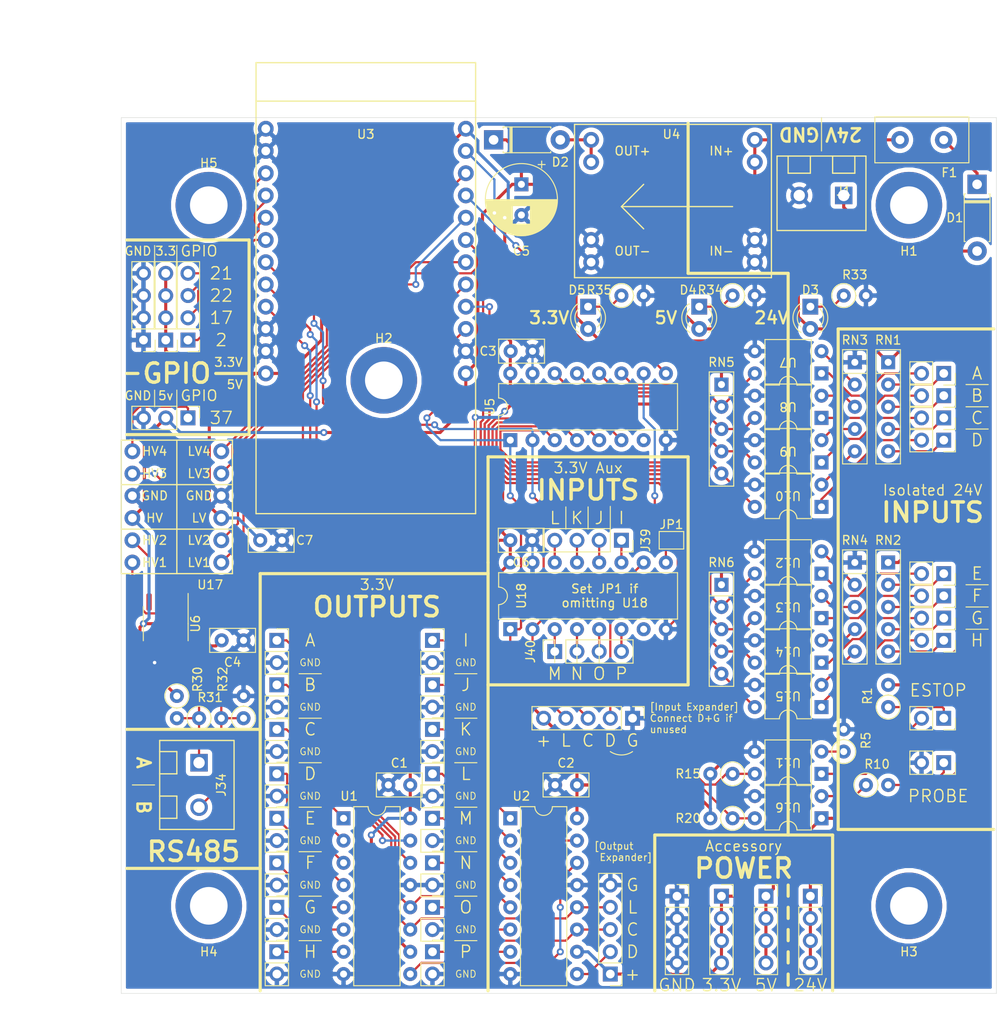
<source format=kicad_pcb>
(kicad_pcb (version 20171130) (host pcbnew 5.1.5+dfsg1-2build2)
  (title_block (title "Workbee Grbl_Esp32 Controller - Shifty"))
  (layers (0 F.Cu signal hide) (31 B.Cu signal hide) (34 B.Paste user) (35 F.Paste user) (36 B.SilkS user) (37 F.SilkS user) (38 B.Mask user) (39 F.Mask user) (44 Edge.Cuts user))
  (net 0 "")
  (net 1 +3V3)
  (net 2 GND)
  (net 3 +5V)
  (net 4 "Net-(D1-Pad2)")
  (net 5 "Net-(D1-Pad1)")
  (net 6 "Net-(D2-Pad2)")
  (net 7 "Net-(D3-Pad1)")
  (net 8 +24V)
  (net 9 "Net-(D4-Pad1)")
  (net 10 "Net-(D5-Pad1)")
  (net 11 /SR_OUT_DATA2)
  (net 12 /SR_OUT_CLOCK)
  (net 13 /SR_OUT_LATCH)
  (net 14 /SR_IN_LATCH)
  (net 15 /SR_IN_CLOCK)
  (net 16 /SR_IN_DATA2)
  (net 17 /EXT_PULSE)
  (net 18 /GPIO_2)
  (net 19 /GPIO_17)
  (net 20 /GPIO_22)
  (net 21 /GPIO_21)
  (net 22 /EXT_IN_A)
  (net 23 /EXT_IN_B)
  (net 24 /EXT_IN_C)
  (net 25 /EXT_IN_D)
  (net 26 /EXT_IN_E)
  (net 27 /EXT_IN_F)
  (net 28 /EXT_IN_G)
  (net 29 /EXT_IN_H)
  (net 30 /EXT_ESTOP)
  (net 31 /EXT_PROBE)
  (net 32 /OUT_A)
  (net 33 /OUT_B)
  (net 34 /OUT_C)
  (net 35 /OUT_D)
  (net 36 /OUT_E)
  (net 37 /OUT_F)
  (net 38 /OUT_G)
  (net 39 /OUT_H)
  (net 40 /OUT_I)
  (net 41 /OUT_J)
  (net 42 /OUT_K)
  (net 43 /OUT_L)
  (net 44 /OUT_M)
  (net 45 /OUT_N)
  (net 46 /OUT_O)
  (net 47 /OUT_P)
  (net 48 /EXT_485_B)
  (net 49 /EXT_485_A)
  (net 50 "Net-(R5-Pad1)")
  (net 51 "Net-(R10-Pad1)")
  (net 52 /INT_IN_A)
  (net 53 /INT_IN_B)
  (net 54 /INT_IN_C)
  (net 55 /INT_IN_D)
  (net 56 /INT_ESTOP)
  (net 57 /INT_IN_E)
  (net 58 /INT_IN_F)
  (net 59 /INT_IN_G)
  (net 60 /INT_IN_H)
  (net 61 /INT_PROBE)
  (net 62 /SR_OUT_DATA)
  (net 63 "Net-(U1-Pad9)")
  (net 64 /RS485_RTS_3V3)
  (net 65 /RS485_DI_3V3)
  (net 66 /RS485_RO_3V3)
  (net 67 /SR_IN_DATA)
  (net 68 /INT_PULSE)
  (net 69 /RS485_RO)
  (net 70 /RS485_RTS)
  (net 71 /RS485_DI)
  (net 72 "Net-(J24-Pad1)")
  (net 73 "Net-(J25-Pad1)")
  (net 74 "Net-(J26-Pad1)")
  (net 75 "Net-(J27-Pad1)")
  (net 76 "Net-(J28-Pad1)")
  (net 77 "Net-(J29-Pad1)")
  (net 78 "Net-(J30-Pad1)")
  (net 79 "Net-(J31-Pad1)")
  (net 80 "Net-(J32-Pad1)")
  (net 81 "Net-(RN3-Pad5)")
  (net 82 "Net-(RN3-Pad4)")
  (net 83 "Net-(RN3-Pad3)")
  (net 84 "Net-(RN3-Pad2)")
  (net 85 "Net-(RN4-Pad5)")
  (net 86 "Net-(RN4-Pad4)")
  (net 87 "Net-(RN4-Pad3)")
  (net 88 "Net-(RN4-Pad2)")
  (net 89 /IN_L)
  (net 90 /IN_K)
  (net 91 /IN_J)
  (net 92 /IN_I)
  (net 93 /IN_P)
  (net 94 /IN_O)
  (net 95 /IN_N)
  (net 96 /IN_M)
  (net 97 "Net-(JP1-Pad1)")
  (module Jumper:SolderJumper-2_P1.3mm_Open_TrianglePad1.0x1.5mm (layer F.Cu) (at 88.265 73.66)
    (fp_text reference JP1 (at 0 -1.8) (layer F.SilkS))
    (fp_text value "Omit Aux Shift Register (U18)")
    (pad 1 smd custom (at -0.725 0) (size 0.3 0.3) (layers F.Cu F.Mask) (net 97 "Net-(JP1-Pad1)") (options (clearance outline) (anchor rect)) (primitives (gr_poly (pts (xy -0.5 -0.75) (xy 0.5 -0.75) (xy 1 0) (xy 0.5 0.75) (xy -0.5 0.75)) (width 0))))
    (pad 2 smd custom (at 0.725 0) (size 0.3 0.3) (layers F.Cu F.Mask) (net 2 GND) (options (clearance outline) (anchor rect)) (primitives (gr_poly (pts (xy -0.65 -0.75) (xy 0.5 -0.75) (xy 0.5 0.75) (xy -0.65 0.75) (xy -0.15 0)) (width 0))))
  )
  (module Connector_PinSocket_2.54mm:PinSocket_1x02_P2.54mm_Vertical (layer F.Cu) (at 60.96 120.65)
    (fp_text reference J23 hide)
    (fp_text value "OUT P")
    (pad 2 thru_hole oval (at 0 2.54) (size 1.7 1.7) (drill 1) (layers *.Cu *.Mask) (net 2 GND))
    (pad 1 thru_hole rect (at 0 0) (size 1.7 1.7) (drill 1) (layers *.Cu *.Mask) (net 47 /OUT_P))
  )
  (module Connector_PinSocket_2.54mm:PinSocket_1x02_P2.54mm_Vertical (layer F.Cu) (at 60.96 115.57)
    (fp_text reference J22 hide)
    (fp_text value "OUT O")
    (pad 2 thru_hole oval (at 0 2.54) (size 1.7 1.7) (drill 1) (layers *.Cu *.Mask) (net 2 GND))
    (pad 1 thru_hole rect (at 0 0) (size 1.7 1.7) (drill 1) (layers *.Cu *.Mask) (net 46 /OUT_O))
  )
  (module Connector_PinSocket_2.54mm:PinSocket_1x02_P2.54mm_Vertical (layer F.Cu) (at 60.96 110.49)
    (fp_text reference J21 hide)
    (fp_text value "OUT N")
    (pad 2 thru_hole oval (at 0 2.54) (size 1.7 1.7) (drill 1) (layers *.Cu *.Mask) (net 2 GND))
    (pad 1 thru_hole rect (at 0 0) (size 1.7 1.7) (drill 1) (layers *.Cu *.Mask) (net 45 /OUT_N))
  )
  (module Connector_PinSocket_2.54mm:PinSocket_1x02_P2.54mm_Vertical (layer F.Cu) (at 60.96 105.41)
    (fp_text reference J20 hide)
    (fp_text value "OUT M")
    (pad 2 thru_hole oval (at 0 2.54) (size 1.7 1.7) (drill 1) (layers *.Cu *.Mask) (net 2 GND))
    (pad 1 thru_hole rect (at 0 0) (size 1.7 1.7) (drill 1) (layers *.Cu *.Mask) (net 44 /OUT_M))
  )
  (module Connector_PinSocket_2.54mm:PinSocket_1x02_P2.54mm_Vertical (layer F.Cu) (at 60.96 100.33)
    (fp_text reference J19 hide)
    (fp_text value "OUT L")
    (pad 2 thru_hole oval (at 0 2.54) (size 1.7 1.7) (drill 1) (layers *.Cu *.Mask) (net 2 GND))
    (pad 1 thru_hole rect (at 0 0) (size 1.7 1.7) (drill 1) (layers *.Cu *.Mask) (net 43 /OUT_L))
  )
  (module Connector_PinSocket_2.54mm:PinSocket_1x02_P2.54mm_Vertical (layer F.Cu) (at 60.96 95.25)
    (fp_text reference J18 hide)
    (fp_text value "OUT K")
    (pad 2 thru_hole oval (at 0 2.54) (size 1.7 1.7) (drill 1) (layers *.Cu *.Mask) (net 2 GND))
    (pad 1 thru_hole rect (at 0 0) (size 1.7 1.7) (drill 1) (layers *.Cu *.Mask) (net 42 /OUT_K))
  )
  (module Connector_PinSocket_2.54mm:PinSocket_1x02_P2.54mm_Vertical (layer F.Cu) (at 60.96 90.17)
    (fp_text reference J17 hide)
    (fp_text value "OUT J")
    (pad 2 thru_hole oval (at 0 2.54) (size 1.7 1.7) (drill 1) (layers *.Cu *.Mask) (net 2 GND))
    (pad 1 thru_hole rect (at 0 0) (size 1.7 1.7) (drill 1) (layers *.Cu *.Mask) (net 41 /OUT_J))
  )
  (module Connector_PinSocket_2.54mm:PinSocket_1x02_P2.54mm_Vertical (layer F.Cu) (at 60.96 85.09)
    (fp_text reference J16 hide)
    (fp_text value "OUT I")
    (pad 2 thru_hole oval (at 0 2.54) (size 1.7 1.7) (drill 1) (layers *.Cu *.Mask) (net 2 GND))
    (pad 1 thru_hole rect (at 0 0) (size 1.7 1.7) (drill 1) (layers *.Cu *.Mask) (net 40 /OUT_I))
  )
  (module Connector_PinSocket_2.54mm:PinSocket_1x02_P2.54mm_Vertical (layer F.Cu) (at 43.18 120.65)
    (fp_text reference J15 hide)
    (fp_text value "OUT H")
    (pad 2 thru_hole oval (at 0 2.54) (size 1.7 1.7) (drill 1) (layers *.Cu *.Mask) (net 2 GND))
    (pad 1 thru_hole rect (at 0 0) (size 1.7 1.7) (drill 1) (layers *.Cu *.Mask) (net 39 /OUT_H))
  )
  (module Connector_PinSocket_2.54mm:PinSocket_1x02_P2.54mm_Vertical (layer F.Cu) (at 43.18 115.57)
    (fp_text reference J14 hide)
    (fp_text value "OUT G")
    (pad 2 thru_hole oval (at 0 2.54) (size 1.7 1.7) (drill 1) (layers *.Cu *.Mask) (net 2 GND))
    (pad 1 thru_hole rect (at 0 0) (size 1.7 1.7) (drill 1) (layers *.Cu *.Mask) (net 38 /OUT_G))
  )
  (module Connector_PinSocket_2.54mm:PinSocket_1x02_P2.54mm_Vertical (layer F.Cu) (at 43.18 110.49)
    (fp_text reference J13 hide)
    (fp_text value "OUT F")
    (pad 2 thru_hole oval (at 0 2.54) (size 1.7 1.7) (drill 1) (layers *.Cu *.Mask) (net 2 GND))
    (pad 1 thru_hole rect (at 0 0) (size 1.7 1.7) (drill 1) (layers *.Cu *.Mask) (net 37 /OUT_F))
  )
  (module Connector_PinSocket_2.54mm:PinSocket_1x02_P2.54mm_Vertical (layer F.Cu) (at 43.18 105.41)
    (fp_text reference J12 hide)
    (fp_text value "OUT E")
    (pad 2 thru_hole oval (at 0 2.54) (size 1.7 1.7) (drill 1) (layers *.Cu *.Mask) (net 2 GND))
    (pad 1 thru_hole rect (at 0 0) (size 1.7 1.7) (drill 1) (layers *.Cu *.Mask) (net 36 /OUT_E))
  )
  (module Connector_PinSocket_2.54mm:PinSocket_1x02_P2.54mm_Vertical (layer F.Cu) (at 43.18 100.33)
    (fp_text reference J11 hide)
    (fp_text value "OUT D")
    (pad 2 thru_hole oval (at 0 2.54) (size 1.7 1.7) (drill 1) (layers *.Cu *.Mask) (net 2 GND))
    (pad 1 thru_hole rect (at 0 0) (size 1.7 1.7) (drill 1) (layers *.Cu *.Mask) (net 35 /OUT_D))
  )
  (module Connector_PinSocket_2.54mm:PinSocket_1x02_P2.54mm_Vertical (layer F.Cu) (at 43.18 95.25)
    (fp_text reference J10 hide)
    (fp_text value "OUT C")
    (pad 2 thru_hole oval (at 0 2.54) (size 1.7 1.7) (drill 1) (layers *.Cu *.Mask) (net 2 GND))
    (pad 1 thru_hole rect (at 0 0) (size 1.7 1.7) (drill 1) (layers *.Cu *.Mask) (net 34 /OUT_C))
  )
  (module Connector_PinSocket_2.54mm:PinSocket_1x02_P2.54mm_Vertical (layer F.Cu) (at 43.18 90.17)
    (fp_text reference J9 hide)
    (fp_text value "OUT B")
    (pad 2 thru_hole oval (at 0 2.54) (size 1.7 1.7) (drill 1) (layers *.Cu *.Mask) (net 2 GND))
    (pad 1 thru_hole rect (at 0 0) (size 1.7 1.7) (drill 1) (layers *.Cu *.Mask) (net 33 /OUT_B))
  )
  (module Connector_PinSocket_2.54mm:PinSocket_1x04_P2.54mm_Vertical (layer F.Cu) (at 74.93 86.36 90)
    (fp_text reference J40 (at 0 -2.77 90) (layer F.SilkS))
    (fp_text value "IN (MNOP)")
    (pad 4 thru_hole oval (at 0 7.62 90) (size 1.7 1.7) (drill 1) (layers *.Cu *.Mask) (net 93 /IN_P))
    (pad 3 thru_hole oval (at 0 5.08 90) (size 1.7 1.7) (drill 1) (layers *.Cu *.Mask) (net 94 /IN_O))
    (pad 2 thru_hole oval (at 0 2.54 90) (size 1.7 1.7) (drill 1) (layers *.Cu *.Mask) (net 95 /IN_N))
    (pad 1 thru_hole rect (at 0 0 90) (size 1.7 1.7) (drill 1) (layers *.Cu *.Mask) (net 96 /IN_M))
  )
  (module Connector_PinSocket_2.54mm:PinSocket_1x04_P2.54mm_Vertical (layer F.Cu) (at 82.55 73.66 270)
    (fp_text reference J39 (at 0 -2.77 90) (layer F.SilkS))
    (fp_text value "IN (INKL)")
    (pad 4 thru_hole oval (at 0 7.62 270) (size 1.7 1.7) (drill 1) (layers *.Cu *.Mask) (net 89 /IN_L))
    (pad 3 thru_hole oval (at 0 5.08 270) (size 1.7 1.7) (drill 1) (layers *.Cu *.Mask) (net 90 /IN_K))
    (pad 2 thru_hole oval (at 0 2.54 270) (size 1.7 1.7) (drill 1) (layers *.Cu *.Mask) (net 91 /IN_J))
    (pad 1 thru_hole rect (at 0 0 270) (size 1.7 1.7) (drill 1) (layers *.Cu *.Mask) (net 92 /IN_I))
  )
  (module Connector_PinSocket_2.54mm:PinSocket_1x02_P2.54mm_Vertical (layer F.Cu) (at 43.18 85.09)
    (fp_text reference J8 hide)
    (fp_text value "OUT A")
    (pad 2 thru_hole oval (at 0 2.54) (size 1.7 1.7) (drill 1) (layers *.Cu *.Mask) (net 2 GND))
    (pad 1 thru_hole rect (at 0 0) (size 1.7 1.7) (drill 1) (layers *.Cu *.Mask) (net 32 /OUT_A))
  )
  (module Connector_PinSocket_2.54mm:PinSocket_1x04_P2.54mm_Vertical (layer F.Cu) (at 88.9 114.3)
    (fp_text reference J38 hide)
    (fp_text value GND)
    (pad 4 thru_hole oval (at 0 7.62) (size 1.7 1.7) (drill 1) (layers *.Cu *.Mask) (net 2 GND))
    (pad 3 thru_hole oval (at 0 5.08) (size 1.7 1.7) (drill 1) (layers *.Cu *.Mask) (net 2 GND))
    (pad 2 thru_hole oval (at 0 2.54) (size 1.7 1.7) (drill 1) (layers *.Cu *.Mask) (net 2 GND))
    (pad 1 thru_hole rect (at 0 0) (size 1.7 1.7) (drill 1) (layers *.Cu *.Mask) (net 2 GND))
  )
  (module Connector_PinSocket_2.54mm:PinSocket_1x04_P2.54mm_Vertical (layer F.Cu) (at 93.98 114.3)
    (fp_text reference J37 hide)
    (fp_text value 3.3V)
    (pad 4 thru_hole oval (at 0 7.62) (size 1.7 1.7) (drill 1) (layers *.Cu *.Mask) (net 1 +3V3))
    (pad 3 thru_hole oval (at 0 5.08) (size 1.7 1.7) (drill 1) (layers *.Cu *.Mask) (net 1 +3V3))
    (pad 2 thru_hole oval (at 0 2.54) (size 1.7 1.7) (drill 1) (layers *.Cu *.Mask) (net 1 +3V3))
    (pad 1 thru_hole rect (at 0 0) (size 1.7 1.7) (drill 1) (layers *.Cu *.Mask) (net 1 +3V3))
  )
  (module Connector_PinSocket_2.54mm:PinSocket_1x04_P2.54mm_Vertical (layer F.Cu) (at 99.06 114.3)
    (fp_text reference J36 hide)
    (fp_text value 5V)
    (pad 4 thru_hole oval (at 0 7.62) (size 1.7 1.7) (drill 1) (layers *.Cu *.Mask) (net 3 +5V))
    (pad 3 thru_hole oval (at 0 5.08) (size 1.7 1.7) (drill 1) (layers *.Cu *.Mask) (net 3 +5V))
    (pad 2 thru_hole oval (at 0 2.54) (size 1.7 1.7) (drill 1) (layers *.Cu *.Mask) (net 3 +5V))
    (pad 1 thru_hole rect (at 0 0) (size 1.7 1.7) (drill 1) (layers *.Cu *.Mask) (net 3 +5V))
  )
  (module Connector_PinSocket_2.54mm:PinSocket_1x04_P2.54mm_Vertical (layer F.Cu) (at 104.14 114.3)
    (fp_text reference J35 hide)
    (fp_text value 24V)
    (pad 4 thru_hole oval (at 0 7.62) (size 1.7 1.7) (drill 1) (layers *.Cu *.Mask) (net 8 +24V))
    (pad 3 thru_hole oval (at 0 5.08) (size 1.7 1.7) (drill 1) (layers *.Cu *.Mask) (net 8 +24V))
    (pad 2 thru_hole oval (at 0 2.54) (size 1.7 1.7) (drill 1) (layers *.Cu *.Mask) (net 8 +24V))
    (pad 1 thru_hole rect (at 0 0) (size 1.7 1.7) (drill 1) (layers *.Cu *.Mask) (net 8 +24V))
  )
  (module Connector_PinSocket_2.54mm:PinSocket_1x02_P2.54mm_Vertical (layer F.Cu) (at 119.38 99.06 270)
    (fp_text reference J33 hide)
    (fp_text value PROBE)
    (pad 2 thru_hole oval (at 0 2.54 270) (size 1.7 1.7) (drill 1) (layers *.Cu *.Mask) (net 2 GND))
    (pad 1 thru_hole rect (at 0 0 270) (size 1.7 1.7) (drill 1) (layers *.Cu *.Mask) (net 31 /EXT_PROBE))
  )
  (module Connector_PinSocket_2.54mm:PinSocket_1x02_P2.54mm_Vertical (layer F.Cu) (at 119.38 93.98 270)
    (fp_text reference J32 hide)
    (fp_text value ESTOP)
    (pad 2 thru_hole oval (at 0 2.54 270) (size 1.7 1.7) (drill 1) (layers *.Cu *.Mask) (net 30 /EXT_ESTOP))
    (pad 1 thru_hole rect (at 0 0 270) (size 1.7 1.7) (drill 1) (layers *.Cu *.Mask) (net 80 "Net-(J32-Pad1)"))
  )
  (module Connector_PinSocket_2.54mm:PinSocket_1x02_P2.54mm_Vertical (layer F.Cu) (at 119.38 85.09 270)
    (fp_text reference J31 hide)
    (fp_text value "IN H")
    (pad 2 thru_hole oval (at 0 2.54 270) (size 1.7 1.7) (drill 1) (layers *.Cu *.Mask) (net 29 /EXT_IN_H))
    (pad 1 thru_hole rect (at 0 0 270) (size 1.7 1.7) (drill 1) (layers *.Cu *.Mask) (net 79 "Net-(J31-Pad1)"))
  )
  (module Connector_PinSocket_2.54mm:PinSocket_1x02_P2.54mm_Vertical (layer F.Cu) (at 119.38 82.55 270)
    (fp_text reference J30 hide)
    (fp_text value "IN G")
    (pad 2 thru_hole oval (at 0 2.54 270) (size 1.7 1.7) (drill 1) (layers *.Cu *.Mask) (net 28 /EXT_IN_G))
    (pad 1 thru_hole rect (at 0 0 270) (size 1.7 1.7) (drill 1) (layers *.Cu *.Mask) (net 78 "Net-(J30-Pad1)"))
  )
  (module Connector_PinSocket_2.54mm:PinSocket_1x02_P2.54mm_Vertical (layer F.Cu) (at 119.38 80.01 270)
    (fp_text reference J29 hide)
    (fp_text value "IN F")
    (pad 2 thru_hole oval (at 0 2.54 270) (size 1.7 1.7) (drill 1) (layers *.Cu *.Mask) (net 27 /EXT_IN_F))
    (pad 1 thru_hole rect (at 0 0 270) (size 1.7 1.7) (drill 1) (layers *.Cu *.Mask) (net 77 "Net-(J29-Pad1)"))
  )
  (module Connector_PinSocket_2.54mm:PinSocket_1x02_P2.54mm_Vertical (layer F.Cu) (at 119.38 77.47 270)
    (fp_text reference J28 hide)
    (fp_text value "IN E")
    (pad 2 thru_hole oval (at 0 2.54 270) (size 1.7 1.7) (drill 1) (layers *.Cu *.Mask) (net 26 /EXT_IN_E))
    (pad 1 thru_hole rect (at 0 0 270) (size 1.7 1.7) (drill 1) (layers *.Cu *.Mask) (net 76 "Net-(J28-Pad1)"))
  )
  (module Connector_PinSocket_2.54mm:PinSocket_1x02_P2.54mm_Vertical (layer F.Cu) (at 119.38 62.23 270)
    (fp_text reference J27 hide)
    (fp_text value "IN D")
    (pad 2 thru_hole oval (at 0 2.54 270) (size 1.7 1.7) (drill 1) (layers *.Cu *.Mask) (net 25 /EXT_IN_D))
    (pad 1 thru_hole rect (at 0 0 270) (size 1.7 1.7) (drill 1) (layers *.Cu *.Mask) (net 75 "Net-(J27-Pad1)"))
  )
  (module Connector_PinSocket_2.54mm:PinSocket_1x02_P2.54mm_Vertical (layer F.Cu) (at 119.38 59.69 270)
    (fp_text reference J26 hide)
    (fp_text value "IN C")
    (pad 2 thru_hole oval (at 0 2.54 270) (size 1.7 1.7) (drill 1) (layers *.Cu *.Mask) (net 24 /EXT_IN_C))
    (pad 1 thru_hole rect (at 0 0 270) (size 1.7 1.7) (drill 1) (layers *.Cu *.Mask) (net 74 "Net-(J26-Pad1)"))
  )
  (module Connector_PinSocket_2.54mm:PinSocket_1x02_P2.54mm_Vertical (layer F.Cu) (at 119.38 57.15 270)
    (fp_text reference J25 hide)
    (fp_text value "IN B")
    (pad 2 thru_hole oval (at 0 2.54 270) (size 1.7 1.7) (drill 1) (layers *.Cu *.Mask) (net 23 /EXT_IN_B))
    (pad 1 thru_hole rect (at 0 0 270) (size 1.7 1.7) (drill 1) (layers *.Cu *.Mask) (net 73 "Net-(J25-Pad1)"))
  )
  (module Connector_PinSocket_2.54mm:PinSocket_1x02_P2.54mm_Vertical (layer F.Cu) (at 119.38 54.61 270)
    (fp_text reference J24 hide)
    (fp_text value "IN A")
    (pad 2 thru_hole oval (at 0 2.54 270) (size 1.7 1.7) (drill 1) (layers *.Cu *.Mask) (net 22 /EXT_IN_A))
    (pad 1 thru_hole rect (at 0 0 270) (size 1.7 1.7) (drill 1) (layers *.Cu *.Mask) (net 72 "Net-(J24-Pad1)"))
  )
  (module Capacitor_THT:C_Disc_D5.0mm_W2.5mm_P2.50mm (layer F.Cu) (at 72.39 52.07 180)
    (fp_text reference C3 (at 5.08 0) (layer F.SilkS))
    (fp_text value 0.1uF)
    (pad 2 thru_hole circle (at 2.5 0 180) (size 1.6 1.6) (drill 0.8) (layers *.Cu *.Mask) (net 1 +3V3))
    (pad 1 thru_hole circle (at 0 0 180) (size 1.6 1.6) (drill 0.8) (layers *.Cu *.Mask) (net 2 GND))
  )
  (module Capacitor_THT:C_Disc_D5.0mm_W2.5mm_P2.50mm (layer F.Cu) (at 41.275 73.66)
    (fp_text reference C7 (at 5.08 0) (layer F.SilkS))
    (fp_text value 0.1uF)
    (pad 2 thru_hole circle (at 2.5 0) (size 1.6 1.6) (drill 0.8) (layers *.Cu *.Mask) (net 2 GND))
    (pad 1 thru_hole circle (at 0 0) (size 1.6 1.6) (drill 0.8) (layers *.Cu *.Mask) (net 1 +3V3))
  )
  (module ScrewTerminal:057-EB21A-02-D (layer F.Cu) (at 107.95 34.29 180)
    (fp_text reference J1 (at 0 0.5) (layer F.SilkS))
    (fp_text value 24V)
    (pad 2 thru_hole circle (at 5.08 0 180) (size 2 2) (drill 1.3) (layers *.Cu *.Mask) (net 2 GND))
    (pad 1 thru_hole rect (at 0 0 180) (size 2 2) (drill 1.3) (layers *.Cu *.Mask) (net 4 "Net-(D1-Pad2)"))
  )
  (module ScrewTerminal:057-EB21A-02-D (layer F.Cu) (at 34.29 99.06 270)
    (fp_text reference J34 (at 2.54 -2.54 90) (layer F.SilkS))
    (fp_text value RS485)
    (pad 2 thru_hole circle (at 5.08 0 270) (size 2 2) (drill 1.3) (layers *.Cu *.Mask) (net 48 /EXT_485_B))
    (pad 1 thru_hole rect (at 0 0 270) (size 2 2) (drill 1.3) (layers *.Cu *.Mask) (net 49 /EXT_485_A))
  )
  (module ESP32:T-DISPLAY (layer F.Cu) (at 41.91 26.67)
    (fp_text reference U3 (at 11.43 0.635) (layer F.SilkS))
    (fp_text value TTGO_TDisplay)
    (pad 1 thru_hole circle (at 0 0) (size 1.8 1.8) (drill 1) (layers *.Cu *.Mask) (net 2 GND))
    (pad 2 thru_hole circle (at 0 2.54) (size 1.8 1.8) (drill 1) (layers *.Cu *.Mask) (net 2 GND))
    (pad 3 thru_hole circle (at 0 5.08) (size 1.8 1.8) (drill 1) (layers *.Cu *.Mask) (net 21 /GPIO_21))
    (pad 4 thru_hole circle (at 0 7.62) (size 1.8 1.8) (drill 1) (layers *.Cu *.Mask) (net 20 /GPIO_22))
    (pad 5 thru_hole circle (at 0 10.16) (size 1.8 1.8) (drill 1) (layers *.Cu *.Mask) (net 19 /GPIO_17))
    (pad 6 thru_hole circle (at 0 12.7) (size 1.8 1.8) (drill 1) (layers *.Cu *.Mask) (net 18 /GPIO_2))
    (pad 7 thru_hole circle (at 0 15.24) (size 1.8 1.8) (drill 1) (layers *.Cu *.Mask) (net 15 /SR_IN_CLOCK))
    (pad 8 thru_hole circle (at 0 17.78) (size 1.8 1.8) (drill 1) (layers *.Cu *.Mask) (net 62 /SR_OUT_DATA))
    (pad 9 thru_hole circle (at 0 20.32) (size 1.8 1.8) (drill 1) (layers *.Cu *.Mask) (net 13 /SR_OUT_LATCH))
    (pad 10 thru_hole circle (at 0 22.86) (size 1.8 1.8) (drill 1) (layers *.Cu *.Mask) (net 2 GND))
    (pad 11 thru_hole circle (at 0 25.4) (size 1.8 1.8) (drill 1) (layers *.Cu *.Mask) (net 2 GND))
    (pad 12 thru_hole circle (at 0 27.94) (size 1.8 1.8) (drill 1) (layers *.Cu *.Mask) (net 1 +3V3))
    (pad 13 thru_hole circle (at 22.86 27.94) (size 1.8 1.8) (drill 1) (layers *.Cu *.Mask) (net 3 +5V))
    (pad 14 thru_hole circle (at 22.86 25.4) (size 1.8 1.8) (drill 1) (layers *.Cu *.Mask) (net 2 GND))
    (pad 15 thru_hole circle (at 22.86 22.86) (size 1.8 1.8) (drill 1) (layers *.Cu *.Mask) (net 14 /SR_IN_LATCH))
    (pad 16 thru_hole circle (at 22.86 20.32) (size 1.8 1.8) (drill 1) (layers *.Cu *.Mask) (net 56 /INT_ESTOP))
    (pad 17 thru_hole circle (at 22.86 17.78) (size 1.8 1.8) (drill 1) (layers *.Cu *.Mask) (net 12 /SR_OUT_CLOCK))
    (pad 18 thru_hole circle (at 22.86 15.24) (size 1.8 1.8) (drill 1) (layers *.Cu *.Mask) (net 64 /RS485_RTS_3V3))
    (pad 19 thru_hole circle (at 22.86 12.7) (size 1.8 1.8) (drill 1) (layers *.Cu *.Mask) (net 65 /RS485_DI_3V3))
    (pad 20 thru_hole circle (at 22.86 10.16) (size 1.8 1.8) (drill 1) (layers *.Cu *.Mask) (net 66 /RS485_RO_3V3))
    (pad 21 thru_hole circle (at 22.86 7.62) (size 1.8 1.8) (drill 1) (layers *.Cu *.Mask) (net 67 /SR_IN_DATA))
    (pad 22 thru_hole circle (at 22.86 5.08) (size 1.8 1.8) (drill 1) (layers *.Cu *.Mask) (net 68 /INT_PULSE))
    (pad 23 thru_hole circle (at 22.86 2.54) (size 1.8 1.8) (drill 1) (layers *.Cu *.Mask) (net 61 /INT_PROBE))
    (pad 24 thru_hole circle (at 22.86 0) (size 1.8 1.8) (drill 1) (layers *.Cu *.Mask) (net 1 +3V3))
  )
  (module Package_DIP:DIP-16_W7.62mm (layer F.Cu) (at 69.85 62.23 90)
    (fp_text reference U5 (at 3.81 -2.33 90) (layer F.SilkS))
    (fp_text value 74HC165)
    (pad 1 thru_hole rect (at 0 0 90) (size 1.6 1.6) (drill 0.8) (layers *.Cu *.Mask) (net 14 /SR_IN_LATCH))
    (pad 9 thru_hole oval (at 7.62 17.78 90) (size 1.6 1.6) (drill 0.8) (layers *.Cu *.Mask) (net 67 /SR_IN_DATA))
    (pad 2 thru_hole oval (at 0 2.54 90) (size 1.6 1.6) (drill 0.8) (layers *.Cu *.Mask) (net 15 /SR_IN_CLOCK))
    (pad 10 thru_hole oval (at 7.62 15.24 90) (size 1.6 1.6) (drill 0.8) (layers *.Cu *.Mask) (net 97 "Net-(JP1-Pad1)"))
    (pad 3 thru_hole oval (at 0 5.08 90) (size 1.6 1.6) (drill 0.8) (layers *.Cu *.Mask) (net 57 /INT_IN_E))
    (pad 11 thru_hole oval (at 7.62 12.7 90) (size 1.6 1.6) (drill 0.8) (layers *.Cu *.Mask) (net 52 /INT_IN_A))
    (pad 4 thru_hole oval (at 0 7.62 90) (size 1.6 1.6) (drill 0.8) (layers *.Cu *.Mask) (net 58 /INT_IN_F))
    (pad 12 thru_hole oval (at 7.62 10.16 90) (size 1.6 1.6) (drill 0.8) (layers *.Cu *.Mask) (net 53 /INT_IN_B))
    (pad 5 thru_hole oval (at 0 10.16 90) (size 1.6 1.6) (drill 0.8) (layers *.Cu *.Mask) (net 59 /INT_IN_G))
    (pad 13 thru_hole oval (at 7.62 7.62 90) (size 1.6 1.6) (drill 0.8) (layers *.Cu *.Mask) (net 54 /INT_IN_C))
    (pad 6 thru_hole oval (at 0 12.7 90) (size 1.6 1.6) (drill 0.8) (layers *.Cu *.Mask) (net 60 /INT_IN_H))
    (pad 14 thru_hole oval (at 7.62 5.08 90) (size 1.6 1.6) (drill 0.8) (layers *.Cu *.Mask) (net 55 /INT_IN_D))
    (pad 7 thru_hole oval (at 0 15.24 90) (size 1.6 1.6) (drill 0.8) (layers *.Cu *.Mask))
    (pad 15 thru_hole oval (at 7.62 2.54 90) (size 1.6 1.6) (drill 0.8) (layers *.Cu *.Mask) (net 2 GND))
    (pad 8 thru_hole oval (at 0 17.78 90) (size 1.6 1.6) (drill 0.8) (layers *.Cu *.Mask) (net 2 GND))
    (pad 16 thru_hole oval (at 7.62 0 90) (size 1.6 1.6) (drill 0.8) (layers *.Cu *.Mask) (net 1 +3V3))
  )
  (module Diode_THT:D_DO-41_SOD81_P7.62mm_Horizontal (layer F.Cu) (at 67.945 27.94)
    (fp_text reference D2 (at 7.62 2.54) (layer F.SilkS))
    (fp_text value 1N5819)
    (pad 2 thru_hole oval (at 7.62 0) (size 2.2 2.2) (drill 1.1) (layers *.Cu *.Mask) (net 6 "Net-(D2-Pad2)"))
    (pad 1 thru_hole rect (at 0 0) (size 2.2 2.2) (drill 1.1) (layers *.Cu *.Mask) (net 3 +5V))
  )
  (module MountingHole:MountingHole_4.3mm_M4_ISO7380_Pad (layer F.Cu) (at 35.4 35.4)
    (fp_text reference H5 (at 0 -4.8) (layer F.SilkS))
    (fp_text value MountingHole_Pad)
    (pad 1 thru_hole circle (at 0 0) (size 7.6 7.6) (drill 4.3) (layers *.Cu *.Mask))
  )
  (module LevelShifterModule:LevelShifterModule (layer F.Cu) (at 36.83 76.2 180)
    (fp_text reference U17 (at 1.27 -2.54) (layer F.SilkS))
    (fp_text value LevelShifterModule)
    (fp_text user HV4 (at 7.62 12.7) (layer F.SilkS))
    (fp_text user HV3 (at 7.62 10.16) (layer F.SilkS))
    (fp_text user HV2 (at 7.62 2.54) (layer F.SilkS))
    (fp_text user HV1 (at 7.62 0) (layer F.SilkS))
    (fp_text user LV4 (at 2.54 12.7) (layer F.SilkS))
    (fp_text user LV3 (at 2.54 10.16) (layer F.SilkS))
    (fp_text user LV2 (at 2.54 2.54) (layer F.SilkS))
    (fp_text user LV1 (at 2.54 0) (layer F.SilkS))
    (fp_text user GND (at 7.62 7.62) (layer F.SilkS))
    (fp_text user GND (at 2.54 7.62) (layer F.SilkS))
    (fp_text user HV (at 7.62 5.08) (layer F.SilkS))
    (fp_text user LV (at 2.54 5.08) (layer F.SilkS))
    (pad 12 thru_hole circle (at 10.16 0 180) (size 1.8 1.8) (drill 1) (layers *.Cu *.Mask) (net 69 /RS485_RO))
    (pad 11 thru_hole circle (at 10.16 2.54 180) (size 1.8 1.8) (drill 1) (layers *.Cu *.Mask) (net 71 /RS485_DI))
    (pad 10 thru_hole circle (at 10.16 5.08 180) (size 1.8 1.8) (drill 1) (layers *.Cu *.Mask) (net 3 +5V))
    (pad 9 thru_hole circle (at 10.16 7.62 180) (size 1.8 1.8) (drill 1) (layers *.Cu *.Mask) (net 2 GND))
    (pad 8 thru_hole circle (at 10.16 10.16 180) (size 1.8 1.8) (drill 1) (layers *.Cu *.Mask) (net 70 /RS485_RTS))
    (pad 7 thru_hole circle (at 10.16 12.7 180) (size 1.8 1.8) (drill 1) (layers *.Cu *.Mask) (net 17 /EXT_PULSE))
    (pad 6 thru_hole circle (at 0 12.7 180) (size 1.8 1.8) (drill 1) (layers *.Cu *.Mask) (net 68 /INT_PULSE))
    (pad 5 thru_hole circle (at 0 10.16 180) (size 1.8 1.8) (drill 1) (layers *.Cu *.Mask) (net 64 /RS485_RTS_3V3))
    (pad 4 thru_hole circle (at 0 7.62 180) (size 1.8 1.8) (drill 1) (layers *.Cu *.Mask) (net 2 GND))
    (pad 3 thru_hole circle (at 0 5.08 180) (size 1.8 1.8) (drill 1) (layers *.Cu *.Mask) (net 1 +3V3))
    (pad 2 thru_hole circle (at 0 2.54 180) (size 1.8 1.8) (drill 1) (layers *.Cu *.Mask) (net 65 /RS485_DI_3V3))
    (pad 1 thru_hole circle (at 0 0 180) (size 1.8 1.8) (drill 1) (layers *.Cu *.Mask) (net 66 /RS485_RO_3V3))
  )
  (module Package_DIP:DIP-16_W7.62mm (layer F.Cu) (at 69.85 83.82 90)
    (fp_text reference U18 (at 3.81 1.27 90) (layer F.SilkS))
    (fp_text value 74HC165)
    (pad 16 thru_hole oval (at 7.62 0 90) (size 1.6 1.6) (drill 0.8) (layers *.Cu *.Mask) (net 1 +3V3))
    (pad 8 thru_hole oval (at 0 17.78 90) (size 1.6 1.6) (drill 0.8) (layers *.Cu *.Mask) (net 2 GND))
    (pad 15 thru_hole oval (at 7.62 2.54 90) (size 1.6 1.6) (drill 0.8) (layers *.Cu *.Mask) (net 2 GND))
    (pad 7 thru_hole oval (at 0 15.24 90) (size 1.6 1.6) (drill 0.8) (layers *.Cu *.Mask))
    (pad 14 thru_hole oval (at 7.62 5.08 90) (size 1.6 1.6) (drill 0.8) (layers *.Cu *.Mask) (net 89 /IN_L))
    (pad 6 thru_hole oval (at 0 12.7 90) (size 1.6 1.6) (drill 0.8) (layers *.Cu *.Mask) (net 93 /IN_P))
    (pad 13 thru_hole oval (at 7.62 7.62 90) (size 1.6 1.6) (drill 0.8) (layers *.Cu *.Mask) (net 90 /IN_K))
    (pad 5 thru_hole oval (at 0 10.16 90) (size 1.6 1.6) (drill 0.8) (layers *.Cu *.Mask) (net 94 /IN_O))
    (pad 12 thru_hole oval (at 7.62 10.16 90) (size 1.6 1.6) (drill 0.8) (layers *.Cu *.Mask) (net 91 /IN_J))
    (pad 4 thru_hole oval (at 0 7.62 90) (size 1.6 1.6) (drill 0.8) (layers *.Cu *.Mask) (net 95 /IN_N))
    (pad 11 thru_hole oval (at 7.62 12.7 90) (size 1.6 1.6) (drill 0.8) (layers *.Cu *.Mask) (net 92 /IN_I))
    (pad 3 thru_hole oval (at 0 5.08 90) (size 1.6 1.6) (drill 0.8) (layers *.Cu *.Mask) (net 96 /IN_M))
    (pad 10 thru_hole oval (at 7.62 15.24 90) (size 1.6 1.6) (drill 0.8) (layers *.Cu *.Mask) (net 16 /SR_IN_DATA2))
    (pad 2 thru_hole oval (at 0 2.54 90) (size 1.6 1.6) (drill 0.8) (layers *.Cu *.Mask) (net 15 /SR_IN_CLOCK))
    (pad 9 thru_hole oval (at 7.62 17.78 90) (size 1.6 1.6) (drill 0.8) (layers *.Cu *.Mask) (net 97 "Net-(JP1-Pad1)"))
    (pad 1 thru_hole rect (at 0 0 90) (size 1.6 1.6) (drill 0.8) (layers *.Cu *.Mask) (net 14 /SR_IN_LATCH))
  )
  (module Capacitor_THT:C_Disc_D5.0mm_W2.5mm_P2.50mm (layer F.Cu) (at 72.35 73.66 180)
    (fp_text reference C6 (at 1.25 -2.5) (layer F.SilkS))
    (fp_text value 0.1uF)
    (pad 2 thru_hole circle (at 2.5 0 180) (size 1.6 1.6) (drill 0.8) (layers *.Cu *.Mask) (net 1 +3V3))
    (pad 1 thru_hole circle (at 0 0 180) (size 1.6 1.6) (drill 0.8) (layers *.Cu *.Mask) (net 2 GND))
  )
  (module Capacitor_THT:C_Disc_D10.5mm_W5.0mm_P5.00mm (layer F.Cu) (at 119.38 27.94 180)
    (fp_text reference F1 (at -0.635 -3.75) (layer F.SilkS))
    (fp_text value 500mA)
    (pad 1 thru_hole circle (at 0 0 180) (size 2 2) (drill 1) (layers *.Cu *.Mask) (net 5 "Net-(D1-Pad1)"))
    (pad 2 thru_hole circle (at 5 0 180) (size 2 2) (drill 1) (layers *.Cu *.Mask) (net 8 +24V))
  )
  (module Resistor_THT:R_Array_SIP5 (layer F.Cu) (at 93.98 78.74 270)
    (fp_text reference RN6 (at -2.54 0 180) (layer F.SilkS))
    (fp_text value 47k)
    (pad 5 thru_hole oval (at 10.16 0 270) (size 1.6 1.6) (drill 0.8) (layers *.Cu *.Mask) (net 60 /INT_IN_H))
    (pad 4 thru_hole oval (at 7.62 0 270) (size 1.6 1.6) (drill 0.8) (layers *.Cu *.Mask) (net 59 /INT_IN_G))
    (pad 3 thru_hole oval (at 5.08 0 270) (size 1.6 1.6) (drill 0.8) (layers *.Cu *.Mask) (net 58 /INT_IN_F))
    (pad 2 thru_hole oval (at 2.54 0 270) (size 1.6 1.6) (drill 0.8) (layers *.Cu *.Mask) (net 57 /INT_IN_E))
    (pad 1 thru_hole rect (at 0 0 270) (size 1.6 1.6) (drill 0.8) (layers *.Cu *.Mask) (net 1 +3V3))
  )
  (module Resistor_THT:R_Array_SIP5 (layer F.Cu) (at 93.98 55.88 270)
    (fp_text reference RN5 (at -2.54 0 180) (layer F.SilkS))
    (fp_text value 47k)
    (pad 5 thru_hole oval (at 10.16 0 270) (size 1.6 1.6) (drill 0.8) (layers *.Cu *.Mask) (net 55 /INT_IN_D))
    (pad 4 thru_hole oval (at 7.62 0 270) (size 1.6 1.6) (drill 0.8) (layers *.Cu *.Mask) (net 54 /INT_IN_C))
    (pad 3 thru_hole oval (at 5.08 0 270) (size 1.6 1.6) (drill 0.8) (layers *.Cu *.Mask) (net 53 /INT_IN_B))
    (pad 2 thru_hole oval (at 2.54 0 270) (size 1.6 1.6) (drill 0.8) (layers *.Cu *.Mask) (net 52 /INT_IN_A))
    (pad 1 thru_hole rect (at 0 0 270) (size 1.6 1.6) (drill 0.8) (layers *.Cu *.Mask) (net 1 +3V3))
  )
  (module Resistor_THT:R_Array_SIP5 (layer F.Cu) (at 109.22 76.2 270)
    (fp_text reference RN4 (at -2.54 0 180) (layer F.SilkS))
    (fp_text value 1k)
    (pad 5 thru_hole oval (at 10.16 0 270) (size 1.6 1.6) (drill 0.8) (layers *.Cu *.Mask) (net 85 "Net-(RN4-Pad5)"))
    (pad 4 thru_hole oval (at 7.62 0 270) (size 1.6 1.6) (drill 0.8) (layers *.Cu *.Mask) (net 86 "Net-(RN4-Pad4)"))
    (pad 3 thru_hole oval (at 5.08 0 270) (size 1.6 1.6) (drill 0.8) (layers *.Cu *.Mask) (net 87 "Net-(RN4-Pad3)"))
    (pad 2 thru_hole oval (at 2.54 0 270) (size 1.6 1.6) (drill 0.8) (layers *.Cu *.Mask) (net 88 "Net-(RN4-Pad2)"))
    (pad 1 thru_hole rect (at 0 0 270) (size 1.6 1.6) (drill 0.8) (layers *.Cu *.Mask) (net 2 GND))
  )
  (module Resistor_THT:R_Array_SIP5 (layer F.Cu) (at 109.22 53.34 270)
    (fp_text reference RN3 (at -2.54 0 180) (layer F.SilkS))
    (fp_text value 1k)
    (pad 5 thru_hole oval (at 10.16 0 270) (size 1.6 1.6) (drill 0.8) (layers *.Cu *.Mask) (net 81 "Net-(RN3-Pad5)"))
    (pad 4 thru_hole oval (at 7.62 0 270) (size 1.6 1.6) (drill 0.8) (layers *.Cu *.Mask) (net 82 "Net-(RN3-Pad4)"))
    (pad 3 thru_hole oval (at 5.08 0 270) (size 1.6 1.6) (drill 0.8) (layers *.Cu *.Mask) (net 83 "Net-(RN3-Pad3)"))
    (pad 2 thru_hole oval (at 2.54 0 270) (size 1.6 1.6) (drill 0.8) (layers *.Cu *.Mask) (net 84 "Net-(RN3-Pad2)"))
    (pad 1 thru_hole rect (at 0 0 270) (size 1.6 1.6) (drill 0.8) (layers *.Cu *.Mask) (net 2 GND))
  )
  (module Resistor_THT:R_Array_SIP5 (layer F.Cu) (at 113.03 76.2 270)
    (fp_text reference RN2 (at -2.54 0 180) (layer F.SilkS))
    (fp_text value 1k)
    (pad 5 thru_hole oval (at 10.16 0 270) (size 1.6 1.6) (drill 0.8) (layers *.Cu *.Mask) (net 79 "Net-(J31-Pad1)"))
    (pad 4 thru_hole oval (at 7.62 0 270) (size 1.6 1.6) (drill 0.8) (layers *.Cu *.Mask) (net 78 "Net-(J30-Pad1)"))
    (pad 3 thru_hole oval (at 5.08 0 270) (size 1.6 1.6) (drill 0.8) (layers *.Cu *.Mask) (net 77 "Net-(J29-Pad1)"))
    (pad 2 thru_hole oval (at 2.54 0 270) (size 1.6 1.6) (drill 0.8) (layers *.Cu *.Mask) (net 76 "Net-(J28-Pad1)"))
    (pad 1 thru_hole rect (at 0 0 270) (size 1.6 1.6) (drill 0.8) (layers *.Cu *.Mask) (net 8 +24V))
  )
  (module Resistor_THT:R_Array_SIP5 (layer F.Cu) (at 113.03 53.34 270)
    (fp_text reference RN1 (at -2.54 0 180) (layer F.SilkS))
    (fp_text value 1k)
    (pad 5 thru_hole oval (at 10.16 0 270) (size 1.6 1.6) (drill 0.8) (layers *.Cu *.Mask) (net 75 "Net-(J27-Pad1)"))
    (pad 4 thru_hole oval (at 7.62 0 270) (size 1.6 1.6) (drill 0.8) (layers *.Cu *.Mask) (net 74 "Net-(J26-Pad1)"))
    (pad 3 thru_hole oval (at 5.08 0 270) (size 1.6 1.6) (drill 0.8) (layers *.Cu *.Mask) (net 73 "Net-(J25-Pad1)"))
    (pad 2 thru_hole oval (at 2.54 0 270) (size 1.6 1.6) (drill 0.8) (layers *.Cu *.Mask) (net 72 "Net-(J24-Pad1)"))
    (pad 1 thru_hole rect (at 0 0 270) (size 1.6 1.6) (drill 0.8) (layers *.Cu *.Mask) (net 8 +24V))
  )
  (module Resistor_THT:R_Axial_DIN0207_L6.3mm_D2.5mm_P2.54mm_Vertical (layer F.Cu) (at 82.55 45.72)
    (fp_text reference R35 (at -2.54 -0.635) (layer F.SilkS))
    (fp_text value 220)
    (pad 2 thru_hole oval (at 2.54 0) (size 1.6 1.6) (drill 0.8) (layers *.Cu *.Mask) (net 2 GND))
    (pad 1 thru_hole circle (at 0 0) (size 1.6 1.6) (drill 0.8) (layers *.Cu *.Mask) (net 10 "Net-(D5-Pad1)"))
  )
  (module Resistor_THT:R_Axial_DIN0207_L6.3mm_D2.5mm_P2.54mm_Vertical (layer F.Cu) (at 95.25 45.72)
    (fp_text reference R34 (at -2.54 -0.635) (layer F.SilkS))
    (fp_text value 220)
    (pad 1 thru_hole circle (at 0 0) (size 1.6 1.6) (drill 0.8) (layers *.Cu *.Mask) (net 9 "Net-(D4-Pad1)"))
    (pad 2 thru_hole oval (at 2.54 0) (size 1.6 1.6) (drill 0.8) (layers *.Cu *.Mask) (net 2 GND))
  )
  (module Resistor_THT:R_Axial_DIN0207_L6.3mm_D2.5mm_P2.54mm_Vertical (layer F.Cu) (at 107.95 45.72)
    (fp_text reference R33 (at 1.27 -2.37) (layer F.SilkS))
    (fp_text value 2.2k)
    (pad 2 thru_hole oval (at 2.54 0) (size 1.6 1.6) (drill 0.8) (layers *.Cu *.Mask) (net 2 GND))
    (pad 1 thru_hole circle (at 0 0) (size 1.6 1.6) (drill 0.8) (layers *.Cu *.Mask) (net 7 "Net-(D3-Pad1)"))
  )
  (module Resistor_THT:R_Axial_DIN0207_L6.3mm_D2.5mm_P2.54mm_Vertical (layer F.Cu) (at 39.37 93.98 90)
    (fp_text reference R32 (at 4.445 -2.37 90) (layer F.SilkS))
    (fp_text value 20k)
    (pad 2 thru_hole oval (at 2.54 0 90) (size 1.6 1.6) (drill 0.8) (layers *.Cu *.Mask) (net 2 GND))
    (pad 1 thru_hole circle (at 0 0 90) (size 1.6 1.6) (drill 0.8) (layers *.Cu *.Mask) (net 48 /EXT_485_B))
  )
  (module Resistor_THT:R_Axial_DIN0207_L6.3mm_D2.5mm_P2.54mm_Vertical (layer F.Cu) (at 34.29 93.98)
    (fp_text reference R31 (at 1.27 -2.37) (layer F.SilkS))
    (fp_text value 120)
    (pad 2 thru_hole oval (at 2.54 0) (size 1.6 1.6) (drill 0.8) (layers *.Cu *.Mask) (net 48 /EXT_485_B))
    (pad 1 thru_hole circle (at 0 0) (size 1.6 1.6) (drill 0.8) (layers *.Cu *.Mask) (net 49 /EXT_485_A))
  )
  (module Resistor_THT:R_Axial_DIN0207_L6.3mm_D2.5mm_P2.54mm_Vertical (layer F.Cu) (at 31.75 91.44 270)
    (fp_text reference R30 (at -1.905 -2.37 90) (layer F.SilkS))
    (fp_text value 20k)
    (pad 2 thru_hole oval (at 2.54 0 270) (size 1.6 1.6) (drill 0.8) (layers *.Cu *.Mask) (net 49 /EXT_485_A))
    (pad 1 thru_hole circle (at 0 0 270) (size 1.6 1.6) (drill 0.8) (layers *.Cu *.Mask) (net 3 +5V))
  )
  (module Resistor_THT:R_Axial_DIN0207_L6.3mm_D2.5mm_P2.54mm_Vertical (layer F.Cu) (at 95.25 105.41 180)
    (fp_text reference R20 (at 5.08 0) (layer F.SilkS))
    (fp_text value 47k)
    (pad 2 thru_hole oval (at 2.54 0 180) (size 1.6 1.6) (drill 0.8) (layers *.Cu *.Mask) (net 1 +3V3))
    (pad 1 thru_hole circle (at 0 0 180) (size 1.6 1.6) (drill 0.8) (layers *.Cu *.Mask) (net 61 /INT_PROBE))
  )
  (module Resistor_THT:R_Axial_DIN0207_L6.3mm_D2.5mm_P2.54mm_Vertical (layer F.Cu) (at 95.25 100.33 180)
    (fp_text reference R15 (at 5.08 0) (layer F.SilkS))
    (fp_text value 47k)
    (pad 2 thru_hole oval (at 2.54 0 180) (size 1.6 1.6) (drill 0.8) (layers *.Cu *.Mask) (net 1 +3V3))
    (pad 1 thru_hole circle (at 0 0 180) (size 1.6 1.6) (drill 0.8) (layers *.Cu *.Mask) (net 56 /INT_ESTOP))
  )
  (module Resistor_THT:R_Axial_DIN0207_L6.3mm_D2.5mm_P2.54mm_Vertical (layer F.Cu) (at 110.49 101.6)
    (fp_text reference R10 (at 1.27 -2.37) (layer F.SilkS))
    (fp_text value 2.2k)
    (pad 2 thru_hole oval (at 2.54 0) (size 1.6 1.6) (drill 0.8) (layers *.Cu *.Mask) (net 31 /EXT_PROBE))
    (pad 1 thru_hole circle (at 0 0) (size 1.6 1.6) (drill 0.8) (layers *.Cu *.Mask) (net 51 "Net-(R10-Pad1)"))
  )
  (module Resistor_THT:R_Axial_DIN0207_L6.3mm_D2.5mm_P2.54mm_Vertical (layer F.Cu) (at 107.95 97.79 90)
    (fp_text reference R5 (at 1.27 2.54 90) (layer F.SilkS))
    (fp_text value 1k)
    (pad 2 thru_hole oval (at 2.54 0 90) (size 1.6 1.6) (drill 0.8) (layers *.Cu *.Mask) (net 2 GND))
    (pad 1 thru_hole circle (at 0 0 90) (size 1.6 1.6) (drill 0.8) (layers *.Cu *.Mask) (net 50 "Net-(R5-Pad1)"))
  )
  (module Resistor_THT:R_Axial_DIN0207_L6.3mm_D2.5mm_P2.54mm_Vertical (layer F.Cu) (at 113.03 92.71 90)
    (fp_text reference R1 (at 1.27 -2.37 90) (layer F.SilkS))
    (fp_text value 1k)
    (pad 2 thru_hole oval (at 2.54 0 90) (size 1.6 1.6) (drill 0.8) (layers *.Cu *.Mask) (net 8 +24V))
    (pad 1 thru_hole circle (at 0 0 90) (size 1.6 1.6) (drill 0.8) (layers *.Cu *.Mask) (net 80 "Net-(J32-Pad1)"))
  )
  (module Capacitor_THT:C_Disc_D5.0mm_W2.5mm_P2.50mm (layer F.Cu) (at 55.92 101.6)
    (fp_text reference C1 (at 1.25 -2.5) (layer F.SilkS))
    (fp_text value 0.1uF)
    (pad 2 thru_hole circle (at 2.5 0) (size 1.6 1.6) (drill 0.8) (layers *.Cu *.Mask) (net 1 +3V3))
    (pad 1 thru_hole circle (at 0 0) (size 1.6 1.6) (drill 0.8) (layers *.Cu *.Mask) (net 2 GND))
  )
  (module Capacitor_THT:C_Disc_D5.0mm_W2.5mm_P2.50mm (layer F.Cu) (at 74.97 101.6)
    (fp_text reference C2 (at 1.25 -2.5) (layer F.SilkS))
    (fp_text value 0.1uF)
    (pad 1 thru_hole circle (at 0 0) (size 1.6 1.6) (drill 0.8) (layers *.Cu *.Mask) (net 2 GND))
    (pad 2 thru_hole circle (at 2.5 0) (size 1.6 1.6) (drill 0.8) (layers *.Cu *.Mask) (net 1 +3V3))
  )
  (module Capacitor_THT:C_Disc_D5.0mm_W2.5mm_P2.50mm (layer F.Cu) (at 39.37 85.09 180)
    (fp_text reference C4 (at 1.25 -2.5) (layer F.SilkS))
    (fp_text value 0.1uF)
    (pad 1 thru_hole circle (at 0 0 180) (size 1.6 1.6) (drill 0.8) (layers *.Cu *.Mask) (net 2 GND))
    (pad 2 thru_hole circle (at 2.5 0 180) (size 1.6 1.6) (drill 0.8) (layers *.Cu *.Mask) (net 3 +5V))
  )
  (module Capacitor_THT:CP_Radial_D8.0mm_P3.50mm (layer F.Cu) (at 71.12 33.02 270)
    (fp_text reference C5 (at 7.62 0 180) (layer F.SilkS))
    (fp_text value 100uF)
    (pad 2 thru_hole circle (at 3.5 0 270) (size 1.6 1.6) (drill 0.8) (layers *.Cu *.Mask) (net 2 GND))
    (pad 1 thru_hole rect (at 0 0 270) (size 1.6 1.6) (drill 0.8) (layers *.Cu *.Mask) (net 3 +5V))
  )
  (module Diode_THT:D_DO-41_SOD81_P7.62mm_Horizontal (layer F.Cu) (at 123.19 33.02 270)
    (fp_text reference D1 (at 3.81 2.54 180) (layer F.SilkS))
    (fp_text value 1N5819)
    (pad 1 thru_hole rect (at 0 0 270) (size 2.2 2.2) (drill 1.1) (layers *.Cu *.Mask) (net 5 "Net-(D1-Pad1)"))
    (pad 2 thru_hole oval (at 7.62 0 270) (size 2.2 2.2) (drill 1.1) (layers *.Cu *.Mask) (net 4 "Net-(D1-Pad2)"))
  )
  (module LED_THT:LED_D3.0mm (layer F.Cu) (at 104.14 46.99 270)
    (fp_text reference D3 (at -1.905 0 180) (layer F.SilkS))
    (fp_text value "24V (Yellow)")
    (pad 1 thru_hole rect (at 0 0 270) (size 1.8 1.8) (drill 0.9) (layers *.Cu *.Mask) (net 7 "Net-(D3-Pad1)"))
    (pad 2 thru_hole circle (at 2.54 0 270) (size 1.8 1.8) (drill 0.9) (layers *.Cu *.Mask) (net 8 +24V))
  )
  (module LED_THT:LED_D3.0mm (layer F.Cu) (at 91.44 46.99 270)
    (fp_text reference D4 (at -1.905 1.27 180) (layer F.SilkS))
    (fp_text value "5V (Blue)")
    (pad 2 thru_hole circle (at 2.54 0 270) (size 1.8 1.8) (drill 0.9) (layers *.Cu *.Mask) (net 3 +5V))
    (pad 1 thru_hole rect (at 0 0 270) (size 1.8 1.8) (drill 0.9) (layers *.Cu *.Mask) (net 9 "Net-(D4-Pad1)"))
  )
  (module LED_THT:LED_D3.0mm (layer F.Cu) (at 78.74 46.99 270)
    (fp_text reference D5 (at -1.905 1.27 180) (layer F.SilkS))
    (fp_text value "3.3V (Green)")
    (pad 1 thru_hole rect (at 0 0 270) (size 1.8 1.8) (drill 0.9) (layers *.Cu *.Mask) (net 10 "Net-(D5-Pad1)"))
    (pad 2 thru_hole circle (at 2.54 0 270) (size 1.8 1.8) (drill 0.9) (layers *.Cu *.Mask) (net 1 +3V3))
  )
  (module MountingHole:MountingHole_4.3mm_M4_ISO7380_Pad (layer F.Cu) (at 115.4 35.4)
    (fp_text reference H1 (at 0 5.24) (layer F.SilkS))
    (fp_text value MountingHole_Pad)
    (pad 1 thru_hole circle (at 0 0) (size 7.6 7.6) (drill 4.3) (layers *.Cu *.Mask))
  )
  (module MountingHole:MountingHole_4.3mm_M4_ISO7380_Pad (layer F.Cu) (at 55.4 55.4)
    (fp_text reference H2 (at 0 -4.8) (layer F.SilkS))
    (fp_text value MountingHole_Pad)
    (pad 1 thru_hole circle (at 0 0) (size 7.6 7.6) (drill 4.3) (layers *.Cu *.Mask))
  )
  (module MountingHole:MountingHole_4.3mm_M4_ISO7380_Pad (layer F.Cu) (at 115.4 115.4)
    (fp_text reference H3 (at 0 5.25) (layer F.SilkS))
    (fp_text value MountingHole_Pad)
    (pad 1 thru_hole circle (at 0 0) (size 7.6 7.6) (drill 4.3) (layers *.Cu *.Mask))
  )
  (module MountingHole:MountingHole_4.3mm_M4_ISO7380_Pad (layer F.Cu) (at 35.4 115.4)
    (fp_text reference H4 (at 0 5.25) (layer F.SilkS))
    (fp_text value MountingHole_Pad)
    (pad 1 thru_hole circle (at 0 0) (size 7.6 7.6) (drill 4.3) (layers *.Cu *.Mask))
  )
  (module Connector_PinHeader_2.54mm:PinHeader_1x05_P2.54mm_Vertical (layer F.Cu) (at 81.28 123.19 180)
    (fp_text reference J2 hide)
    (fp_text value SR_OUT_EXT)
    (pad 1 thru_hole rect (at 0 0 180) (size 1.7 1.7) (drill 1) (layers *.Cu *.Mask) (net 1 +3V3))
    (pad 2 thru_hole oval (at 0 2.54 180) (size 1.7 1.7) (drill 1) (layers *.Cu *.Mask) (net 11 /SR_OUT_DATA2))
    (pad 3 thru_hole oval (at 0 5.08 180) (size 1.7 1.7) (drill 1) (layers *.Cu *.Mask) (net 12 /SR_OUT_CLOCK))
    (pad 4 thru_hole oval (at 0 7.62 180) (size 1.7 1.7) (drill 1) (layers *.Cu *.Mask) (net 13 /SR_OUT_LATCH))
    (pad 5 thru_hole oval (at 0 10.16 180) (size 1.7 1.7) (drill 1) (layers *.Cu *.Mask) (net 2 GND))
  )
  (module Connector_PinHeader_2.54mm:PinHeader_1x05_P2.54mm_Vertical (layer F.Cu) (at 83.82 93.98 270)
    (fp_text reference J3 hide)
    (fp_text value SR_IN_EXT)
    (pad 5 thru_hole oval (at 0 10.16 270) (size 1.7 1.7) (drill 1) (layers *.Cu *.Mask) (net 1 +3V3))
    (pad 4 thru_hole oval (at 0 7.62 270) (size 1.7 1.7) (drill 1) (layers *.Cu *.Mask) (net 14 /SR_IN_LATCH))
    (pad 3 thru_hole oval (at 0 5.08 270) (size 1.7 1.7) (drill 1) (layers *.Cu *.Mask) (net 15 /SR_IN_CLOCK))
    (pad 2 thru_hole oval (at 0 2.54 270) (size 1.7 1.7) (drill 1) (layers *.Cu *.Mask) (net 16 /SR_IN_DATA2))
    (pad 1 thru_hole rect (at 0 0 270) (size 1.7 1.7) (drill 1) (layers *.Cu *.Mask) (net 2 GND))
  )
  (module Connector_PinHeader_2.54mm:PinHeader_1x03_P2.54mm_Vertical (layer F.Cu) (at 33.02 59.69 270)
    (fp_text reference J4 hide)
    (fp_text value PULSE)
    (pad 1 thru_hole rect (at 0 0 270) (size 1.7 1.7) (drill 1) (layers *.Cu *.Mask) (net 17 /EXT_PULSE))
    (pad 2 thru_hole oval (at 0 2.54 270) (size 1.7 1.7) (drill 1) (layers *.Cu *.Mask) (net 3 +5V))
    (pad 3 thru_hole oval (at 0 5.08 270) (size 1.7 1.7) (drill 1) (layers *.Cu *.Mask) (net 2 GND))
  )
  (module Connector_PinHeader_2.54mm:PinHeader_1x04_P2.54mm_Vertical (layer F.Cu) (at 27.94 50.8 180)
    (fp_text reference J5 hide)
    (fp_text value GND hide)
    (pad 4 thru_hole oval (at 0 7.62 180) (size 1.7 1.7) (drill 1) (layers *.Cu *.Mask) (net 2 GND))
    (pad 3 thru_hole oval (at 0 5.08 180) (size 1.7 1.7) (drill 1) (layers *.Cu *.Mask) (net 2 GND))
    (pad 2 thru_hole oval (at 0 2.54 180) (size 1.7 1.7) (drill 1) (layers *.Cu *.Mask) (net 2 GND))
    (pad 1 thru_hole rect (at 0 0 180) (size 1.7 1.7) (drill 1) (layers *.Cu *.Mask) (net 2 GND))
  )
  (module Connector_PinHeader_2.54mm:PinHeader_1x04_P2.54mm_Vertical (layer F.Cu) (at 30.48 50.8 180)
    (fp_text reference J6 hide)
    (fp_text value 3.3v hide)
    (pad 1 thru_hole rect (at 0 0 180) (size 1.7 1.7) (drill 1) (layers *.Cu *.Mask) (net 1 +3V3))
    (pad 2 thru_hole oval (at 0 2.54 180) (size 1.7 1.7) (drill 1) (layers *.Cu *.Mask) (net 1 +3V3))
    (pad 3 thru_hole oval (at 0 5.08 180) (size 1.7 1.7) (drill 1) (layers *.Cu *.Mask) (net 1 +3V3))
    (pad 4 thru_hole oval (at 0 7.62 180) (size 1.7 1.7) (drill 1) (layers *.Cu *.Mask) (net 1 +3V3))
  )
  (module Connector_PinHeader_2.54mm:PinHeader_1x04_P2.54mm_Vertical (layer F.Cu) (at 33.02 50.8 180)
    (fp_text reference J7 hide)
    (fp_text value GPIO hide)
    (pad 1 thru_hole rect (at 0 0 180) (size 1.7 1.7) (drill 1) (layers *.Cu *.Mask) (net 18 /GPIO_2))
    (pad 2 thru_hole oval (at 0 2.54 180) (size 1.7 1.7) (drill 1) (layers *.Cu *.Mask) (net 19 /GPIO_17))
    (pad 3 thru_hole oval (at 0 5.08 180) (size 1.7 1.7) (drill 1) (layers *.Cu *.Mask) (net 20 /GPIO_22))
    (pad 4 thru_hole oval (at 0 7.62 180) (size 1.7 1.7) (drill 1) (layers *.Cu *.Mask) (net 21 /GPIO_21))
  )
  (module Package_DIP:DIP-16_W7.62mm (layer F.Cu) (at 50.8 105.41)
    (fp_text reference U1 (at 0.635 -2.54) (layer F.SilkS))
    (fp_text value 74HC595)
    (pad 16 thru_hole oval (at 7.62 0) (size 1.6 1.6) (drill 0.8) (layers *.Cu *.Mask) (net 1 +3V3))
    (pad 8 thru_hole oval (at 0 17.78) (size 1.6 1.6) (drill 0.8) (layers *.Cu *.Mask) (net 2 GND))
    (pad 15 thru_hole oval (at 7.62 2.54) (size 1.6 1.6) (drill 0.8) (layers *.Cu *.Mask) (net 32 /OUT_A))
    (pad 7 thru_hole oval (at 0 15.24) (size 1.6 1.6) (drill 0.8) (layers *.Cu *.Mask) (net 39 /OUT_H))
    (pad 14 thru_hole oval (at 7.62 5.08) (size 1.6 1.6) (drill 0.8) (layers *.Cu *.Mask) (net 62 /SR_OUT_DATA))
    (pad 6 thru_hole oval (at 0 12.7) (size 1.6 1.6) (drill 0.8) (layers *.Cu *.Mask) (net 38 /OUT_G))
    (pad 13 thru_hole oval (at 7.62 7.62) (size 1.6 1.6) (drill 0.8) (layers *.Cu *.Mask) (net 2 GND))
    (pad 5 thru_hole oval (at 0 10.16) (size 1.6 1.6) (drill 0.8) (layers *.Cu *.Mask) (net 37 /OUT_F))
    (pad 12 thru_hole oval (at 7.62 10.16) (size 1.6 1.6) (drill 0.8) (layers *.Cu *.Mask) (net 13 /SR_OUT_LATCH))
    (pad 4 thru_hole oval (at 0 7.62) (size 1.6 1.6) (drill 0.8) (layers *.Cu *.Mask) (net 36 /OUT_E))
    (pad 11 thru_hole oval (at 7.62 12.7) (size 1.6 1.6) (drill 0.8) (layers *.Cu *.Mask) (net 12 /SR_OUT_CLOCK))
    (pad 3 thru_hole oval (at 0 5.08) (size 1.6 1.6) (drill 0.8) (layers *.Cu *.Mask) (net 35 /OUT_D))
    (pad 10 thru_hole oval (at 7.62 15.24) (size 1.6 1.6) (drill 0.8) (layers *.Cu *.Mask) (net 1 +3V3))
    (pad 2 thru_hole oval (at 0 2.54) (size 1.6 1.6) (drill 0.8) (layers *.Cu *.Mask) (net 34 /OUT_C))
    (pad 9 thru_hole oval (at 7.62 17.78) (size 1.6 1.6) (drill 0.8) (layers *.Cu *.Mask) (net 63 "Net-(U1-Pad9)"))
    (pad 1 thru_hole rect (at 0 0) (size 1.6 1.6) (drill 0.8) (layers *.Cu *.Mask) (net 33 /OUT_B))
  )
  (module Package_DIP:DIP-16_W7.62mm (layer F.Cu) (at 69.85 105.41)
    (fp_text reference U2 (at 1.27 -2.54) (layer F.SilkS))
    (fp_text value 74HC595)
    (pad 1 thru_hole rect (at 0 0) (size 1.6 1.6) (drill 0.8) (layers *.Cu *.Mask) (net 41 /OUT_J))
    (pad 9 thru_hole oval (at 7.62 17.78) (size 1.6 1.6) (drill 0.8) (layers *.Cu *.Mask) (net 11 /SR_OUT_DATA2))
    (pad 2 thru_hole oval (at 0 2.54) (size 1.6 1.6) (drill 0.8) (layers *.Cu *.Mask) (net 42 /OUT_K))
    (pad 10 thru_hole oval (at 7.62 15.24) (size 1.6 1.6) (drill 0.8) (layers *.Cu *.Mask) (net 1 +3V3))
    (pad 3 thru_hole oval (at 0 5.08) (size 1.6 1.6) (drill 0.8) (layers *.Cu *.Mask) (net 43 /OUT_L))
    (pad 11 thru_hole oval (at 7.62 12.7) (size 1.6 1.6) (drill 0.8) (layers *.Cu *.Mask) (net 12 /SR_OUT_CLOCK))
    (pad 4 thru_hole oval (at 0 7.62) (size 1.6 1.6) (drill 0.8) (layers *.Cu *.Mask) (net 44 /OUT_M))
    (pad 12 thru_hole oval (at 7.62 10.16) (size 1.6 1.6) (drill 0.8) (layers *.Cu *.Mask) (net 13 /SR_OUT_LATCH))
    (pad 5 thru_hole oval (at 0 10.16) (size 1.6 1.6) (drill 0.8) (layers *.Cu *.Mask) (net 45 /OUT_N))
    (pad 13 thru_hole oval (at 7.62 7.62) (size 1.6 1.6) (drill 0.8) (layers *.Cu *.Mask) (net 2 GND))
    (pad 6 thru_hole oval (at 0 12.7) (size 1.6 1.6) (drill 0.8) (layers *.Cu *.Mask) (net 46 /OUT_O))
    (pad 14 thru_hole oval (at 7.62 5.08) (size 1.6 1.6) (drill 0.8) (layers *.Cu *.Mask) (net 63 "Net-(U1-Pad9)"))
    (pad 7 thru_hole oval (at 0 15.24) (size 1.6 1.6) (drill 0.8) (layers *.Cu *.Mask) (net 47 /OUT_P))
    (pad 15 thru_hole oval (at 7.62 2.54) (size 1.6 1.6) (drill 0.8) (layers *.Cu *.Mask) (net 40 /OUT_I))
    (pad 8 thru_hole oval (at 0 17.78) (size 1.6 1.6) (drill 0.8) (layers *.Cu *.Mask) (net 2 GND))
    (pad 16 thru_hole oval (at 7.62 0) (size 1.6 1.6) (drill 0.8) (layers *.Cu *.Mask) (net 1 +3V3))
  )
  (module Buck:BuckModule (layer F.Cu) (at 97.79 41.91 180)
    (fp_text reference U4 (at 9.525 14.605) (layer F.SilkS))
    (fp_text value Buck)
    (fp_text user OUT+ (at 13.97 12.7) (layer F.SilkS))
    (fp_text user IN+ (at 3.81 12.7) (layer F.SilkS))
    (fp_text user OUT- (at 13.97 1.27) (layer F.SilkS))
    (fp_text user IN- (at 3.81 1.27) (layer F.SilkS))
    (pad OUT thru_hole circle (at 18.7 13.97 180) (size 1.8 1.8) (drill 1) (layers *.Cu *.Mask) (net 6 "Net-(D2-Pad2)"))
    (pad OUT thru_hole circle (at 18.7 11.43 180) (size 1.8 1.8) (drill 1) (layers *.Cu *.Mask) (net 6 "Net-(D2-Pad2)"))
    (pad OUT_GND thru_hole circle (at 18.7 2.54 180) (size 1.8 1.8) (drill 1) (layers *.Cu *.Mask) (net 2 GND))
    (pad OUT_GND thru_hole circle (at 18.7 0 180) (size 1.8 1.8) (drill 1) (layers *.Cu *.Mask) (net 2 GND))
    (pad IN thru_hole circle (at 0 13.97 180) (size 1.8 1.8) (drill 1) (layers *.Cu *.Mask) (net 8 +24V))
    (pad IN thru_hole circle (at 0 11.43 180) (size 1.8 1.8) (drill 1) (layers *.Cu *.Mask) (net 8 +24V))
    (pad IN_GND thru_hole circle (at 0 2.54 180) (size 1.8 1.8) (drill 1) (layers *.Cu *.Mask) (net 2 GND))
    (pad IN_GND thru_hole circle (at 0 0 180) (size 1.8 1.8) (drill 1) (layers *.Cu *.Mask) (net 2 GND))
  )
  (module Package_SO:SOIC-8_3.9x4.9mm_P1.27mm (layer F.Cu) (at 30.48 83.185 270)
    (fp_text reference U6 (at 0 -3.4 90) (layer F.SilkS))
    (fp_text value SP485EN)
    (pad 1 smd roundrect (at -2.475 -1.905 270) (size 1.95 0.6) (layers F.Cu F.Paste F.Mask) (net 69 /RS485_RO))
    (pad 2 smd roundrect (at -2.475 -0.635 270) (size 1.95 0.6) (layers F.Cu F.Paste F.Mask) (net 70 /RS485_RTS))
    (pad 3 smd roundrect (at -2.475 0.635 270) (size 1.95 0.6) (layers F.Cu F.Paste F.Mask) (net 70 /RS485_RTS))
    (pad 4 smd roundrect (at -2.475 1.905 270) (size 1.95 0.6) (layers F.Cu F.Paste F.Mask) (net 71 /RS485_DI))
    (pad 5 smd roundrect (at 2.475 1.905 270) (size 1.95 0.6) (layers F.Cu F.Paste F.Mask) (net 2 GND))
    (pad 6 smd roundrect (at 2.475 0.635 270) (size 1.95 0.6) (layers F.Cu F.Paste F.Mask) (net 49 /EXT_485_A))
    (pad 7 smd roundrect (at 2.475 -0.635 270) (size 1.95 0.6) (layers F.Cu F.Paste F.Mask) (net 48 /EXT_485_B))
    (pad 8 smd roundrect (at 2.475 -1.905 270) (size 1.95 0.6) (layers F.Cu F.Paste F.Mask) (net 3 +5V))
  )
  (module Package_DIP:DIP-4_W7.62mm (layer F.Cu) (at 105.41 54.61 180)
    (fp_text reference U7 (at 3.81 1.27 180 unlocked) (layer F.SilkS))
    (fp_text value PC817)
    (pad 1 thru_hole rect (at 0 0 180) (size 1.6 1.6) (drill 0.8) (layers *.Cu *.Mask) (net 22 /EXT_IN_A))
    (pad 3 thru_hole oval (at 7.62 2.54 180) (size 1.6 1.6) (drill 0.8) (layers *.Cu *.Mask) (net 2 GND))
    (pad 2 thru_hole oval (at 0 2.54 180) (size 1.6 1.6) (drill 0.8) (layers *.Cu *.Mask) (net 84 "Net-(RN3-Pad2)"))
    (pad 4 thru_hole oval (at 7.62 0 180) (size 1.6 1.6) (drill 0.8) (layers *.Cu *.Mask) (net 52 /INT_IN_A))
  )
  (module Package_DIP:DIP-4_W7.62mm (layer F.Cu) (at 105.41 59.69 180)
    (fp_text reference U8 (at 3.81 1.27 180 unlocked) (layer F.SilkS))
    (fp_text value PC817)
    (pad 1 thru_hole rect (at 0 0 180) (size 1.6 1.6) (drill 0.8) (layers *.Cu *.Mask) (net 23 /EXT_IN_B))
    (pad 3 thru_hole oval (at 7.62 2.54 180) (size 1.6 1.6) (drill 0.8) (layers *.Cu *.Mask) (net 2 GND))
    (pad 2 thru_hole oval (at 0 2.54 180) (size 1.6 1.6) (drill 0.8) (layers *.Cu *.Mask) (net 83 "Net-(RN3-Pad3)"))
    (pad 4 thru_hole oval (at 7.62 0 180) (size 1.6 1.6) (drill 0.8) (layers *.Cu *.Mask) (net 53 /INT_IN_B))
  )
  (module Package_DIP:DIP-4_W7.62mm (layer F.Cu) (at 105.41 64.77 180)
    (fp_text reference U9 (at 3.81 1.27 180 unlocked) (layer F.SilkS))
    (fp_text value PC817)
    (pad 4 thru_hole oval (at 7.62 0 180) (size 1.6 1.6) (drill 0.8) (layers *.Cu *.Mask) (net 54 /INT_IN_C))
    (pad 2 thru_hole oval (at 0 2.54 180) (size 1.6 1.6) (drill 0.8) (layers *.Cu *.Mask) (net 82 "Net-(RN3-Pad4)"))
    (pad 3 thru_hole oval (at 7.62 2.54 180) (size 1.6 1.6) (drill 0.8) (layers *.Cu *.Mask) (net 2 GND))
    (pad 1 thru_hole rect (at 0 0 180) (size 1.6 1.6) (drill 0.8) (layers *.Cu *.Mask) (net 24 /EXT_IN_C))
  )
  (module Package_DIP:DIP-4_W7.62mm (layer F.Cu) (at 105.41 69.85 180)
    (fp_text reference U10 (at 3.81 1.27 180 unlocked) (layer F.SilkS))
    (fp_text value PC817)
    (pad 4 thru_hole oval (at 7.62 0 180) (size 1.6 1.6) (drill 0.8) (layers *.Cu *.Mask) (net 55 /INT_IN_D))
    (pad 2 thru_hole oval (at 0 2.54 180) (size 1.6 1.6) (drill 0.8) (layers *.Cu *.Mask) (net 81 "Net-(RN3-Pad5)"))
    (pad 3 thru_hole oval (at 7.62 2.54 180) (size 1.6 1.6) (drill 0.8) (layers *.Cu *.Mask) (net 2 GND))
    (pad 1 thru_hole rect (at 0 0 180) (size 1.6 1.6) (drill 0.8) (layers *.Cu *.Mask) (net 25 /EXT_IN_D))
  )
  (module Package_DIP:DIP-4_W7.62mm (layer F.Cu) (at 105.41 100.33 180)
    (fp_text reference U11 (at 3.81 1.27 180 unlocked) (layer F.SilkS))
    (fp_text value PC817)
    (pad 1 thru_hole rect (at 0 0 180) (size 1.6 1.6) (drill 0.8) (layers *.Cu *.Mask) (net 30 /EXT_ESTOP))
    (pad 3 thru_hole oval (at 7.62 2.54 180) (size 1.6 1.6) (drill 0.8) (layers *.Cu *.Mask) (net 2 GND))
    (pad 2 thru_hole oval (at 0 2.54 180) (size 1.6 1.6) (drill 0.8) (layers *.Cu *.Mask) (net 50 "Net-(R5-Pad1)"))
    (pad 4 thru_hole oval (at 7.62 0 180) (size 1.6 1.6) (drill 0.8) (layers *.Cu *.Mask) (net 56 /INT_ESTOP))
  )
  (module Package_DIP:DIP-4_W7.62mm (layer F.Cu) (at 105.41 77.47 180)
    (fp_text reference U12 (at 3.81 1.27 180 unlocked) (layer F.SilkS))
    (fp_text value PC817)
    (pad 4 thru_hole oval (at 7.62 0 180) (size 1.6 1.6) (drill 0.8) (layers *.Cu *.Mask) (net 57 /INT_IN_E))
    (pad 2 thru_hole oval (at 0 2.54 180) (size 1.6 1.6) (drill 0.8) (layers *.Cu *.Mask) (net 88 "Net-(RN4-Pad2)"))
    (pad 3 thru_hole oval (at 7.62 2.54 180) (size 1.6 1.6) (drill 0.8) (layers *.Cu *.Mask) (net 2 GND))
    (pad 1 thru_hole rect (at 0 0 180) (size 1.6 1.6) (drill 0.8) (layers *.Cu *.Mask) (net 26 /EXT_IN_E))
  )
  (module Package_DIP:DIP-4_W7.62mm (layer F.Cu) (at 105.41 82.55 180)
    (fp_text reference U13 (at 3.81 1.27 180 unlocked) (layer F.SilkS))
    (fp_text value PC817)
    (pad 1 thru_hole rect (at 0 0 180) (size 1.6 1.6) (drill 0.8) (layers *.Cu *.Mask) (net 27 /EXT_IN_F))
    (pad 3 thru_hole oval (at 7.62 2.54 180) (size 1.6 1.6) (drill 0.8) (layers *.Cu *.Mask) (net 2 GND))
    (pad 2 thru_hole oval (at 0 2.54 180) (size 1.6 1.6) (drill 0.8) (layers *.Cu *.Mask) (net 87 "Net-(RN4-Pad3)"))
    (pad 4 thru_hole oval (at 7.62 0 180) (size 1.6 1.6) (drill 0.8) (layers *.Cu *.Mask) (net 58 /INT_IN_F))
  )
  (module Package_DIP:DIP-4_W7.62mm (layer F.Cu) (at 105.41 87.63 180)
    (fp_text reference U14 (at 3.81 1.27 180 unlocked) (layer F.SilkS))
    (fp_text value PC817)
    (pad 4 thru_hole oval (at 7.62 0 180) (size 1.6 1.6) (drill 0.8) (layers *.Cu *.Mask) (net 59 /INT_IN_G))
    (pad 2 thru_hole oval (at 0 2.54 180) (size 1.6 1.6) (drill 0.8) (layers *.Cu *.Mask) (net 86 "Net-(RN4-Pad4)"))
    (pad 3 thru_hole oval (at 7.62 2.54 180) (size 1.6 1.6) (drill 0.8) (layers *.Cu *.Mask) (net 2 GND))
    (pad 1 thru_hole rect (at 0 0 180) (size 1.6 1.6) (drill 0.8) (layers *.Cu *.Mask) (net 28 /EXT_IN_G))
  )
  (module Package_DIP:DIP-4_W7.62mm (layer F.Cu) (at 105.41 92.71 180)
    (fp_text reference U15 (at 3.81 1.27 180 unlocked) (layer F.SilkS))
    (fp_text value PC817)
    (pad 4 thru_hole oval (at 7.62 0 180) (size 1.6 1.6) (drill 0.8) (layers *.Cu *.Mask) (net 60 /INT_IN_H))
    (pad 2 thru_hole oval (at 0 2.54 180) (size 1.6 1.6) (drill 0.8) (layers *.Cu *.Mask) (net 85 "Net-(RN4-Pad5)"))
    (pad 3 thru_hole oval (at 7.62 2.54 180) (size 1.6 1.6) (drill 0.8) (layers *.Cu *.Mask) (net 2 GND))
    (pad 1 thru_hole rect (at 0 0 180) (size 1.6 1.6) (drill 0.8) (layers *.Cu *.Mask) (net 29 /EXT_IN_H))
  )
  (module Package_DIP:DIP-4_W7.62mm (layer F.Cu) (at 105.41 105.41 180)
    (fp_text reference U16 (at 3.81 1.27 180 unlocked) (layer F.SilkS))
    (fp_text value PC817)
    (pad 1 thru_hole rect (at 0 0 180) (size 1.6 1.6) (drill 0.8) (layers *.Cu *.Mask) (net 8 +24V))
    (pad 3 thru_hole oval (at 7.62 2.54 180) (size 1.6 1.6) (drill 0.8) (layers *.Cu *.Mask) (net 2 GND))
    (pad 2 thru_hole oval (at 0 2.54 180) (size 1.6 1.6) (drill 0.8) (layers *.Cu *.Mask) (net 51 "Net-(R10-Pad1)"))
    (pad 4 thru_hole oval (at 7.62 0 180) (size 1.6 1.6) (drill 0.8) (layers *.Cu *.Mask) (net 61 /INT_PROBE))
  )
  (gr_line (start 27.305 54.61) (end 26.035 54.61) (layer F.SilkS) (width 0.36))
  (gr_line (start 40.005 54.61) (end 36.195 54.61) (layer F.SilkS) (width 0.36))
  (gr_text 5V (at 39.37 55.88) (layer F.SilkS) (effects (font (size 1 1)) (justify right)))
  (gr_text 3.3V (at 39.37 53.34) (layer F.SilkS) (effects (font (size 1 1)) (justify right)))
  (gr_text 37 (at 36.83 59.69) (layer F.SilkS) (effects (font (size 1.4 1.4))))
  (gr_line (start 41.275 111.125) (end 26.035 111.125) (layer F.SilkS) (width 0.36))
  (gr_line (start 41.275 95.25) (end 26.035 95.25) (layer F.SilkS) (width 0.36))
  (gr_text RS485 (at 33.655 109.22) (layer F.SilkS) (effects (font (size 2.2 2.2) (thickness 0.4))))
  (gr_text "[Output\n Expander]" (at 79.375 109.22) (layer F.SilkS) (effects (font (size 0.8 0.8) (thickness 0.12)) (justify left)))
  (gr_text "[Input Expander]\nConnect D+G if\nunused" (at 85.725 93.98) (layer F.SilkS) (effects (font (size 0.8 0.8) (thickness 0.12)) (justify left)))
  (gr_arc (start 82.55 95.885) (end 81.280001 97.789999) (angle -67.38013505) (layer F.SilkS) (width 0.12))
  (gr_text "Set JP1 if\nomitting U18" (at 80.645 80.01) (layer F.SilkS) (effects (font (size 1 1))))
  (gr_text 24V (at 104.14 124.46) (layer F.SilkS) (effects (font (size 1.4 1.4))))
  (gr_text 5V (at 99.06 124.46) (layer F.SilkS) (effects (font (size 1.4 1.4))))
  (gr_text 3.3V (at 93.98 124.46) (layer F.SilkS) (effects (font (size 1.4 1.4))))
  (gr_text GND (at 88.9 124.46) (layer F.SilkS) (effects (font (size 1.4 1.4))))
  (gr_text L (at 83.82 115.57) (layer F.SilkS) (effects (font (size 1.4 1.4))))
  (gr_text + (at 83.82 123.19) (layer F.SilkS) (effects (font (size 1.4 1.4))))
  (gr_text G (at 83.82 113.03) (layer F.SilkS) (effects (font (size 1.4 1.4))))
  (gr_text D (at 83.82 120.65) (layer F.SilkS) (effects (font (size 1.4 1.4))))
  (gr_text C (at 83.82 118.11) (layer F.SilkS) (effects (font (size 1.4 1.4))))
  (gr_text D (at 81.28 96.52) (layer F.SilkS) (effects (font (size 1.4 1.4))))
  (gr_text C (at 78.74 96.52) (layer F.SilkS) (effects (font (size 1.4 1.4))))
  (gr_text L (at 76.2 96.52) (layer F.SilkS) (effects (font (size 1.4 1.4))))
  (gr_text + (at 73.66 96.52) (layer F.SilkS) (effects (font (size 1.4 1.4))))
  (gr_text G (at 83.82 96.52) (layer F.SilkS) (effects (font (size 1.4 1.4))))
  (gr_line (start 101.6 123.19) (end 101.6 124.46) (layer F.SilkS) (width 0.36))
  (gr_line (start 101.6 120.65) (end 101.6 121.92) (layer F.SilkS) (width 0.36))
  (gr_line (start 101.6 118.11) (end 101.6 119.38) (layer F.SilkS) (width 0.36))
  (gr_line (start 101.6 115.57) (end 101.6 116.84) (layer F.SilkS) (width 0.36))
  (gr_line (start 101.6 113.03) (end 101.6 114.3) (layer F.SilkS) (width 0.36))
  (gr_line (start 86.36 107.315) (end 106.68 107.315) (layer F.SilkS) (width 0.36))
  (gr_line (start 106.68 107.315) (end 106.68 125.095) (layer F.SilkS) (width 0.36))
  (gr_line (start 86.36 107.315) (end 86.36 125.095) (layer F.SilkS) (width 0.36))
  (gr_text Accessory (at 96.52 108.585) (layer F.SilkS) (effects (font (size 1.2 1.2))))
  (gr_text POWER (at 96.52 111.125) (layer F.SilkS) (effects (font (size 2.2 2.2) (thickness 0.4))))
  (gr_text GPIO (at 34.29 40.64) (layer F.SilkS) (effects (font (size 1.2 1.2))))
  (gr_text 3.3 (at 30.48 40.64) (layer F.SilkS) (effects (font (size 1 1))))
  (gr_text GND (at 27.305 40.64) (layer F.SilkS) (effects (font (size 1 1))))
  (gr_line (start 40.005 61.595) (end 40.005 39.37) (layer F.SilkS) (width 0.36))
  (gr_line (start 26.035 61.595) (end 40.005 61.595) (layer F.SilkS) (width 0.36))
  (gr_line (start 26.035 39.37) (end 40.005 39.37) (layer F.SilkS) (width 0.36))
  (gr_text GPIO (at 31.75 54.61) (layer F.SilkS) (effects (font (size 2.2 2.2) (thickness 0.4))))
  (gr_line (start 107.315 106.68) (end 125.095 106.68) (layer F.SilkS) (width 0.36))
  (gr_line (start 107.315 49.53) (end 107.315 106.68) (layer F.SilkS) (width 0.36))
  (gr_line (start 125.095 49.53) (end 107.315 49.53) (layer F.SilkS) (width 0.36))
  (gr_line (start 90.17 90.17) (end 67.31 90.17) (layer F.SilkS) (width 0.36))
  (gr_line (start 90.17 64.135) (end 90.17 90.17) (layer F.SilkS) (width 0.36))
  (gr_line (start 67.31 64.135) (end 90.17 64.135) (layer F.SilkS) (width 0.36))
  (gr_line (start 67.31 76.2) (end 67.31 64.135) (layer F.SilkS) (width 0.36))
  (gr_line (start 67.31 76.2) (end 67.31 125.095) (layer F.SilkS) (width 0.36))
  (gr_line (start 41.275 77.47) (end 67.31 77.47) (layer F.SilkS) (width 0.36))
  (gr_line (start 41.275 125.095) (end 41.275 77.47) (layer F.SilkS) (width 0.36))
  (gr_text "3.3V Aux" (at 78.74 65.405) (layer F.SilkS) (effects (font (size 1.2 1.2))))
  (gr_text INPUTS (at 78.74 67.945) (layer F.SilkS) (effects (font (size 2.2 2.2) (thickness 0.4))))
  (gr_line (start 74.93 85.09) (end 74.93 87.63) (layer F.SilkS) (width 0.12))
  (gr_text O (at 80.01 88.9) (layer F.SilkS) (effects (font (size 1.4 1.4))))
  (gr_line (start 80.01 85.09) (end 80.01 87.63) (layer F.SilkS) (width 0.12))
  (gr_text M (at 74.93 88.9) (layer F.SilkS) (effects (font (size 1.4 1.4))))
  (gr_text P (at 82.55 88.9) (layer F.SilkS) (effects (font (size 1.4 1.4))))
  (gr_line (start 77.47 85.09) (end 77.47 87.63) (layer F.SilkS) (width 0.12))
  (gr_text N (at 77.47 88.9) (layer F.SilkS) (effects (font (size 1.4 1.4))))
  (gr_line (start 81.28 69.79) (end 81.28 72.33) (layer F.SilkS) (width 0.12))
  (gr_line (start 78.74 69.85) (end 78.74 72.39) (layer F.SilkS) (width 0.12))
  (gr_line (start 76.2 69.85) (end 76.2 72.39) (layer F.SilkS) (width 0.12))
  (gr_text L (at 74.93 71.12) (layer F.SilkS) (effects (font (size 1.4 1.4))))
  (gr_text K (at 77.47 71.12) (layer F.SilkS) (effects (font (size 1.4 1.4))))
  (gr_text J (at 80.01 71.12) (layer F.SilkS) (effects (font (size 1.4 1.4))))
  (gr_text I (at 82.55 71.12) (layer F.SilkS) (effects (font (size 1.4 1.4))))
  (gr_line (start 29.21 58.42) (end 29.21 56.515) (layer F.SilkS) (width 0.12))
  (gr_line (start 31.75 58.42) (end 31.75 56.515) (layer F.SilkS) (width 0.12))
  (gr_text 5v (at 30.48 57.15) (layer F.SilkS) (effects (font (size 1 1))))
  (gr_text GND (at 27.305 57.15) (layer F.SilkS) (effects (font (size 1 1))))
  (gr_line (start 31.75 41.91) (end 31.75 40.005) (layer F.SilkS) (width 0.12))
  (gr_line (start 29.21 41.91) (end 29.21 40.005) (layer F.SilkS) (width 0.12))
  (gr_text 24V (at 99.695 48.26) (layer F.SilkS) (effects (font (size 1.4 1.4) (thickness 0.25))))
  (gr_text 5V (at 87.63 48.26) (layer F.SilkS) (effects (font (size 1.4 1.4) (thickness 0.25))))
  (gr_text 3.3V (at 74.295 48.26) (layer F.SilkS) (effects (font (size 1.4 1.4) (thickness 0.25))))
  (gr_text 3.3V (at 54.61 78.74) (layer F.SilkS) (effects (font (size 1.2 1.2))))
  (gr_text GPIO (at 34.29 57.15) (layer F.SilkS) (effects (font (size 1.2 1.2))))
  (gr_text "Isolated 24V" (at 118.11 67.945) (layer F.SilkS) (effects (font (size 1.2 1.2))))
  (gr_line (start 66.04 99.06) (end 63.5 99.06) (layer F.SilkS) (width 0.12))
  (gr_line (start 66.04 93.98) (end 63.5 93.98) (layer F.SilkS) (width 0.12))
  (gr_line (start 66.04 109.22) (end 63.5 109.22) (layer F.SilkS) (width 0.12))
  (gr_line (start 66.04 88.9) (end 63.5 88.9) (layer F.SilkS) (width 0.12))
  (gr_text GND (at 64.77 107.95) (layer F.SilkS) (effects (font (size 0.8 0.8) (thickness 0.1))))
  (gr_text I (at 64.77 85.09) (layer F.SilkS) (effects (font (size 1.4 1.4))))
  (gr_line (start 66.04 114.3) (end 63.5 114.3) (layer F.SilkS) (width 0.12))
  (gr_text GND (at 64.77 92.71) (layer F.SilkS) (effects (font (size 0.8 0.8) (thickness 0.1))))
  (gr_text GND (at 64.77 97.79) (layer F.SilkS) (effects (font (size 0.8 0.8) (thickness 0.1))))
  (gr_text GND (at 64.77 87.63) (layer F.SilkS) (effects (font (size 0.8 0.8) (thickness 0.1))))
  (gr_text GND (at 64.77 102.87) (layer F.SilkS) (effects (font (size 0.8 0.8) (thickness 0.1))))
  (gr_text N (at 64.77 110.49) (layer F.SilkS) (effects (font (size 1.4 1.4))))
  (gr_text L (at 64.77 100.33) (layer F.SilkS) (effects (font (size 1.4 1.4))))
  (gr_text K (at 64.77 95.25) (layer F.SilkS) (effects (font (size 1.4 1.4))))
  (gr_text P (at 64.77 120.65) (layer F.SilkS) (effects (font (size 1.4 1.4))))
  (gr_line (start 66.04 119.38) (end 63.5 119.38) (layer F.SilkS) (width 0.12))
  (gr_text GND (at 64.77 123.19) (layer F.SilkS) (effects (font (size 0.8 0.8) (thickness 0.1))))
  (gr_text GND (at 64.77 113.03) (layer F.SilkS) (effects (font (size 0.8 0.8) (thickness 0.1))))
  (gr_text O (at 64.77 115.57) (layer F.SilkS) (effects (font (size 1.4 1.4))))
  (gr_text J (at 64.77 90.17) (layer F.SilkS) (effects (font (size 1.4 1.4))))
  (gr_line (start 66.04 104.14) (end 63.5 104.14) (layer F.SilkS) (width 0.12))
  (gr_text M (at 64.77 105.41) (layer F.SilkS) (effects (font (size 1.4 1.4))))
  (gr_text GND (at 64.77 118.11) (layer F.SilkS) (effects (font (size 0.8 0.8) (thickness 0.1))))
  (gr_text GND (at 46.99 113.03) (layer F.SilkS) (effects (font (size 0.8 0.8) (thickness 0.1))))
  (gr_text GND (at 46.99 118.11) (layer F.SilkS) (effects (font (size 0.8 0.8) (thickness 0.1))))
  (gr_text GND (at 46.99 107.95) (layer F.SilkS) (effects (font (size 0.8 0.8) (thickness 0.1))))
  (gr_text GND (at 46.99 123.19) (layer F.SilkS) (effects (font (size 0.8 0.8) (thickness 0.1))))
  (gr_text GND (at 46.99 102.87) (layer F.SilkS) (effects (font (size 0.8 0.8) (thickness 0.1))))
  (gr_text GND (at 46.99 97.79) (layer F.SilkS) (effects (font (size 0.8 0.8) (thickness 0.1))))
  (gr_text GND (at 46.99 92.71) (layer F.SilkS) (effects (font (size 0.8 0.8) (thickness 0.1))))
  (gr_text GND (at 46.99 87.63) (layer F.SilkS) (effects (font (size 0.8 0.8) (thickness 0.1))))
  (gr_line (start 48.26 119.38) (end 45.72 119.38) (layer F.SilkS) (width 0.12))
  (gr_line (start 48.26 114.3) (end 45.72 114.3) (layer F.SilkS) (width 0.12))
  (gr_line (start 48.26 109.22) (end 45.72 109.22) (layer F.SilkS) (width 0.12))
  (gr_text E (at 46.99 105.41) (layer F.SilkS) (effects (font (size 1.4 1.4))))
  (gr_text H (at 46.99 120.65) (layer F.SilkS) (effects (font (size 1.4 1.4))))
  (gr_text G (at 46.99 115.57) (layer F.SilkS) (effects (font (size 1.4 1.4))))
  (gr_text F (at 46.99 110.49) (layer F.SilkS) (effects (font (size 1.4 1.4))))
  (gr_line (start 48.26 104.14) (end 45.72 104.14) (layer F.SilkS) (width 0.12))
  (gr_text D (at 46.99 100.33) (layer F.SilkS) (effects (font (size 1.4 1.4))))
  (gr_line (start 48.26 99.06) (end 45.72 99.06) (layer F.SilkS) (width 0.12))
  (gr_text C (at 46.99 95.25) (layer F.SilkS) (effects (font (size 1.4 1.4))))
  (gr_line (start 48.26 93.98) (end 45.72 93.98) (layer F.SilkS) (width 0.12))
  (gr_text B (at 46.99 90.17) (layer F.SilkS) (effects (font (size 1.4 1.4))))
  (gr_line (start 48.26 88.9) (end 45.72 88.9) (layer F.SilkS) (width 0.12))
  (gr_text A (at 46.99 85.09) (layer F.SilkS) (effects (font (size 1.4 1.4))))
  (gr_text OUTPUTS (at 54.61 81.28) (layer F.SilkS) (effects (font (size 2.2 2.2) (thickness 0.4))))
  (gr_text INPUTS (at 118.11 70.485) (layer F.SilkS) (effects (font (size 2.2 2.2) (thickness 0.4))))
  (gr_line (start 124.46 83.82) (end 121.92 83.82) (layer F.SilkS) (width 0.12))
  (gr_line (start 124.46 81.28) (end 121.92 81.28) (layer F.SilkS) (width 0.12))
  (gr_line (start 124.46 78.74) (end 121.92 78.74) (layer F.SilkS) (width 0.12))
  (gr_line (start 124.46 60.96) (end 121.92 60.96) (layer F.SilkS) (width 0.12))
  (gr_line (start 124.46 58.42) (end 121.92 58.42) (layer F.SilkS) (width 0.12))
  (gr_line (start 124.46 55.88) (end 121.92 55.88) (layer F.SilkS) (width 0.12))
  (gr_text PROBE (at 118.745 102.87) (layer F.SilkS) (effects (font (size 1.4 1.4))))
  (gr_text ESTOP (at 118.745 90.805) (layer F.SilkS) (effects (font (size 1.4 1.4))))
  (gr_text E (at 123.19 77.47) (layer F.SilkS) (effects (font (size 1.4 1.4))))
  (gr_text F (at 123.19 80.01) (layer F.SilkS) (effects (font (size 1.4 1.4))))
  (gr_text G (at 123.19 82.55) (layer F.SilkS) (effects (font (size 1.4 1.4))))
  (gr_text H (at 123.19 85.09) (layer F.SilkS) (effects (font (size 1.4 1.4))))
  (gr_text D (at 123.19 62.23) (layer F.SilkS) (effects (font (size 1.4 1.4))))
  (gr_text C (at 123.19 59.69) (layer F.SilkS) (effects (font (size 1.4 1.4))))
  (gr_text B (at 123.19 57.15) (layer F.SilkS) (effects (font (size 1.4 1.4))))
  (gr_text A (at 123.19 54.61) (layer F.SilkS) (effects (font (size 1.4 1.4))))
  (gr_text 2 (at 36.83 50.8) (layer F.SilkS) (effects (font (size 1.4 1.4))))
  (gr_text 17 (at 36.83 48.26) (layer F.SilkS) (effects (font (size 1.4 1.4))))
  (gr_text 22 (at 36.83 45.72) (layer F.SilkS) (effects (font (size 1.4 1.4))))
  (gr_text 21 (at 36.83 43.18) (layer F.SilkS) (effects (font (size 1.4 1.4))))
  (gr_line (start 26.67 101.6) (end 29.21 101.6) (layer F.SilkS) (width 0.12))
  (gr_text B (at 27.94 104.14 270) (layer F.SilkS) (effects (font (size 1.5 1.5) (thickness 0.3))))
  (gr_text A (at 27.94 99.06 270) (layer F.SilkS) (effects (font (size 1.5 1.5) (thickness 0.3))))
  (gr_line (start 101.6 43.18) (end 101.6 107.315) (layer F.SilkS) (width 0.36))
  (gr_line (start 90.17 43.18) (end 90.17 26.035) (layer F.SilkS) (width 0.36))
  (gr_line (start 101.6 43.18) (end 90.17 43.18) (layer F.SilkS) (width 0.36))
  (gr_line (start 105.41 25.4) (end 105.41 29.21) (layer F.SilkS) (width 0.12))
  (gr_text GND (at 102.87 27.305 180) (layer F.SilkS) (effects (font (size 1.5 1.5) (thickness 0.3))))
  (gr_text 24V (at 107.95 27.305 180) (layer F.SilkS) (effects (font (size 1.5 1.5) (thickness 0.3))))
  (gr_line (start 25.4 125.4) (end 125.4 125.4) (layer Edge.Cuts) (width 0.05))
  (gr_line (start 125.4 25.4) (end 125.4 125.4) (layer Edge.Cuts) (width 0.05))
  (gr_line (start 25.4 25.4) (end 25.4 125.4) (layer Edge.Cuts) (width 0.05))
  (gr_line (start 25.4 25.4) (end 125.4 25.4) (layer Edge.Cuts) (width 0.05))
  (segment (start 30.48 43.18) (end 30.48 45.72) (width 0.35) (layer F.Cu) (net 1))
  (segment (start 30.48 45.72) (end 30.48 48.26) (width 0.35) (layer F.Cu) (net 1))
  (segment (start 30.48 48.26) (end 30.48 50.8) (width 0.35) (layer F.Cu) (net 1))
  (segment (start 69.85 73.66) (end 69.85 76.2) (width 0.35) (layer F.Cu) (net 1))
  (segment (start 58.42 105.41) (end 58.42 101.6) (width 0.35) (layer F.Cu) (net 1))
  (segment (start 77.47 105.41) (end 77.47 101.6) (width 0.35) (layer F.Cu) (net 1))
  (segment (start 77.47 120.65) (end 78.74 120.65) (width 0.35) (layer B.Cu) (net 1))
  (segment (start 78.74 120.65) (end 81.28 123.19) (width 0.35) (layer B.Cu) (net 1))
  (segment (start 98.155758 50.18001) (end 99.259989 51.284241) (width 0.35) (layer F.Cu) (net 1))
  (segment (start 92.604999 50.905001) (end 93.32999 50.18001) (width 0.35) (layer F.Cu) (net 1))
  (segment (start 80.115001 50.905001) (end 92.604999 50.905001) (width 0.35) (layer F.Cu) (net 1))
  (segment (start 93.32999 50.18001) (end 98.155758 50.18001) (width 0.35) (layer F.Cu) (net 1))
  (segment (start 78.74 49.53) (end 80.115001 50.905001) (width 0.35) (layer F.Cu) (net 1))
  (segment (start 99.259989 110.925011) (end 95.885 114.3) (width 0.35) (layer F.Cu) (net 1))
  (segment (start 95.885 114.3) (end 93.98 114.3) (width 0.35) (layer F.Cu) (net 1))
  (segment (start 93.98 114.3) (end 93.98 116.84) (width 0.35) (layer F.Cu) (net 1))
  (segment (start 93.98 116.84) (end 93.98 119.38) (width 0.35) (layer F.Cu) (net 1))
  (segment (start 93.98 119.38) (end 93.98 121.92) (width 0.35) (layer F.Cu) (net 1))
  (segment (start 92.654999 123.245001) (end 93.98 121.92) (width 0.35) (layer F.Cu) (net 1))
  (segment (start 88.263999 123.245001) (end 92.654999 123.245001) (width 0.35) (layer F.Cu) (net 1))
  (segment (start 88.208998 123.19) (end 88.263999 123.245001) (width 0.35) (layer F.Cu) (net 1))
  (segment (start 81.28 123.19) (end 88.208998 123.19) (width 0.35) (layer F.Cu) (net 1))
  (segment (start 35.454999 69.744999) (end 36.83 71.12) (width 0.35) (layer F.Cu) (net 1))
  (segment (start 35.454999 59.795001) (end 35.454999 69.744999) (width 0.35) (layer F.Cu) (net 1))
  (segment (start 40.64 54.61) (end 35.454999 59.795001) (width 0.35) (layer F.Cu) (net 1))
  (segment (start 58.42 101.6) (end 58.42 83.82) (width 0.35) (layer F.Cu) (net 1))
  (segment (start 58.42 83.82) (end 68.58 73.66) (width 0.35) (layer F.Cu) (net 1))
  (segment (start 41.91 54.61) (end 40.64 54.61) (width 0.35) (layer F.Cu) (net 1))
  (segment (start 30.48 52) (end 30.48 50.8) (width 0.35) (layer F.Cu) (net 1))
  (segment (start 30.48 52) (end 33.09 54.61) (width 0.35) (layer F.Cu) (net 1))
  (segment (start 33.09 54.61) (end 41.91 54.61) (width 0.35) (layer F.Cu) (net 1))
  (segment (start 93.98 52.280002) (end 92.604999 50.905001) (width 0.35) (layer F.Cu) (net 1))
  (segment (start 93.98 55.88) (end 93.98 52.280002) (width 0.35) (layer F.Cu) (net 1))
  (segment (start 69.85 54.61) (end 69.85 52.07) (width 0.35) (layer F.Cu) (net 1))
  (segment (start 69.85 56.515) (end 69.85 54.61) (width 0.35) (layer F.Cu) (net 1))
  (segment (start 71.442501 58.107501) (end 69.85 56.515) (width 0.35) (layer F.Cu) (net 1))
  (segment (start 86.037499 58.107501) (end 71.442501 58.107501) (width 0.35) (layer F.Cu) (net 1))
  (segment (start 89.535 61.595) (end 86.037499 58.107501) (width 0.35) (layer F.Cu) (net 1))
  (segment (start 89.535 64.135) (end 89.535 61.595) (width 0.35) (layer F.Cu) (net 1))
  (segment (start 93.98 68.58) (end 89.535 64.135) (width 0.35) (layer F.Cu) (net 1))
  (segment (start 93.98 78.74) (end 93.98 68.58) (width 0.35) (layer F.Cu) (net 1))
  (segment (start 69.85 54.61) (end 69.85 55.74137) (width 0.35) (layer F.Cu) (net 1))
  (segment (start 68.58 73.66) (end 69.85 73.66) (width 0.35) (layer F.Cu) (net 1))
  (segment (start 48.29499 43.14501) (end 64.77 26.67) (width 0.35) (layer F.Cu) (net 1))
  (segment (start 48.29499 50.790012) (end 48.29499 43.14501) (width 0.35) (layer F.Cu) (net 1))
  (segment (start 44.475002 54.61) (end 48.29499 50.790012) (width 0.35) (layer F.Cu) (net 1))
  (segment (start 41.91 54.61) (end 44.475002 54.61) (width 0.35) (layer F.Cu) (net 1))
  (segment (start 36.83 71.12) (end 38.735 71.12) (width 0.35) (layer B.Cu) (net 1))
  (segment (start 38.735 71.12) (end 41.275 73.66) (width 0.35) (layer B.Cu) (net 1))
  (segment (start 99.259989 95.050011) (end 97.989989 95.050011) (width 0.35) (layer F.Cu) (net 1))
  (segment (start 99.259989 51.284241) (end 99.259989 95.050011) (width 0.35) (layer F.Cu) (net 1))
  (segment (start 99.259989 95.050011) (end 99.259989 110.925011) (width 0.35) (layer F.Cu) (net 1))
  (segment (start 97.989989 95.050011) (end 92.71 100.33) (width 0.35) (layer F.Cu) (net 1))
  (segment (start 92.71 100.33) (end 92.71 105.41) (width 0.35) (layer B.Cu) (net 1))
  (segment (start 66.145001 28.045001) (end 64.77 26.67) (width 0.35) (layer B.Cu) (net 1))
  (segment (start 69.89 52.07) (end 69.85 52.07) (width 0.35) (layer F.Cu) (net 1))
  (segment (start 69.215 50.26363) (end 69.215 36.83) (width 0.35) (layer F.Cu) (net 1))
  (segment (start 69.89 50.93863) (end 69.215 50.26363) (width 0.35) (layer F.Cu) (net 1))
  (segment (start 69.89 52.07) (end 69.89 50.93863) (width 0.35) (layer F.Cu) (net 1))
  (via (at 69.215 36.83) (size 0.8) (drill 0.4) (layers F.Cu B.Cu) (net 1))
  (segment (start 77.364999 44.979999) (end 69.215 36.83) (width 0.35) (layer F.Cu) (net 1))
  (segment (start 77.364999 48.154999) (end 77.364999 44.979999) (width 0.35) (layer F.Cu) (net 1))
  (segment (start 78.74 49.53) (end 77.364999 48.154999) (width 0.35) (layer F.Cu) (net 1))
  (segment (start 69.614999 32.784999) (end 66.145001 29.315001) (width 0.35) (layer B.Cu) (net 1))
  (segment (start 69.614999 36.430001) (end 69.614999 32.784999) (width 0.35) (layer B.Cu) (net 1))
  (segment (start 69.215 36.83) (end 69.614999 36.430001) (width 0.35) (layer B.Cu) (net 1))
  (segment (start 66.145001 29.315001) (end 66.145001 28.045001) (width 0.35) (layer B.Cu) (net 1))
  (segment (start 68.974999 72.784999) (end 68.974999 67.570589) (width 0.35) (layer F.Cu) (net 1))
  (segment (start 69.85 73.66) (end 68.974999 72.784999) (width 0.35) (layer F.Cu) (net 1))
  (via (at 65.852649 59.631371) (size 0.8) (drill 0.4) (layers F.Cu B.Cu) (net 1))
  (segment (start 65.852649 64.448239) (end 65.852649 59.631371) (width 0.35) (layer F.Cu) (net 1))
  (segment (start 68.974999 67.570589) (end 65.852649 64.448239) (width 0.35) (layer F.Cu) (net 1))
  (via (at 69.215 58.929971) (size 0.8) (drill 0.4) (layers F.Cu B.Cu) (net 1))
  (segment (start 68.5136 59.631371) (end 69.215 58.929971) (width 0.35) (layer B.Cu) (net 1))
  (segment (start 65.852649 59.631371) (end 68.5136 59.631371) (width 0.35) (layer B.Cu) (net 1))
  (segment (start 69.215 58.929971) (end 69.85 58.294971) (width 0.35) (layer F.Cu) (net 1))
  (segment (start 69.85 58.294971) (end 69.85 54.61) (width 0.35) (layer F.Cu) (net 1))
  (via (at 53.975 107.315) (size 0.8) (drill 0.4) (layers F.Cu B.Cu) (net 1))
  (segment (start 53.975 116.205) (end 53.975 107.315) (width 0.35) (layer F.Cu) (net 1))
  (segment (start 58.42 120.65) (end 53.975 116.205) (width 0.35) (layer F.Cu) (net 1))
  (segment (start 53.975 107.315) (end 55.88 105.41) (width 0.35) (layer B.Cu) (net 1))
  (segment (start 55.88 105.41) (end 58.42 105.41) (width 0.35) (layer B.Cu) (net 1))
  (segment (start 90.03137 101.6) (end 78.105 101.6) (width 0.35) (layer F.Cu) (net 1))
  (segment (start 92.71 104.27863) (end 90.03137 101.6) (width 0.35) (layer F.Cu) (net 1))
  (segment (start 92.71 105.41) (end 92.71 104.27863) (width 0.35) (layer F.Cu) (net 1))
  (segment (start 78.105 101.6) (end 80.670002 101.6) (width 0.35) (layer F.Cu) (net 1))
  (segment (start 77.47 101.6) (end 78.105 101.6) (width 0.35) (layer F.Cu) (net 1))
  (segment (start 73.66 93.98) (end 77.47 97.79) (width 0.35) (layer F.Cu) (net 1))
  (segment (start 77.47 97.79) (end 77.47 101.6) (width 0.35) (layer F.Cu) (net 1))
  (segment (start 67.945 78.105) (end 69.85 76.2) (width 0.35) (layer F.Cu) (net 1))
  (segment (start 67.945 88.265) (end 67.945 78.105) (width 0.35) (layer F.Cu) (net 1))
  (segment (start 73.66 93.98) (end 67.945 88.265) (width 0.35) (layer F.Cu) (net 1))
  (via (at 29.21 87.63) (size 0.8) (drill 0.4) (layers F.Cu B.Cu) (net 2))
  (segment (start 28.575 86.995) (end 29.21 87.63) (width 0.25) (layer F.Cu) (net 2))
  (segment (start 28.575 85.66) (end 28.575 86.995) (width 0.25) (layer F.Cu) (net 2))
  (segment (start 72.39 52.07) (end 72.39 54.61) (width 0.25) (layer B.Cu) (net 2))
  (segment (start 72.39 76.2) (end 72.39 73.66) (width 0.25) (layer B.Cu) (net 2))
  (segment (start 88.99 82.46) (end 87.63 83.82) (width 0.25) (layer F.Cu) (net 2))
  (segment (start 88.99 73.66) (end 88.99 82.46) (width 0.25) (layer F.Cu) (net 2))
  (segment (start 91.44 49.53) (end 87.63 45.72) (width 0.35) (layer F.Cu) (net 3))
  (segment (start 87.63 45.72) (end 87.63 39.37) (width 0.35) (layer F.Cu) (net 3))
  (segment (start 87.63 39.37) (end 81.28 33.02) (width 0.35) (layer F.Cu) (net 3))
  (segment (start 81.28 33.02) (end 71.12 33.02) (width 0.35) (layer F.Cu) (net 3))
  (via (at 27.94 83.185) (size 0.8) (drill 0.4) (layers F.Cu B.Cu) (net 3))
  (segment (start 27.94 83.185) (end 30.4989 83.185) (width 0.35) (layer F.Cu) (net 3))
  (segment (start 32.385 85.725) (end 36.195 85.725) (width 0.35) (layer F.Cu) (net 3))
  (segment (start 36.195 85.725) (end 36.83 85.09) (width 0.35) (layer F.Cu) (net 3))
  (segment (start 99.06 114.3) (end 99.06 116.84) (width 0.35) (layer F.Cu) (net 3))
  (segment (start 99.06 116.84) (end 99.06 119.38) (width 0.35) (layer F.Cu) (net 3))
  (segment (start 99.06 121.92) (end 99.06 119.38) (width 0.35) (layer F.Cu) (net 3))
  (segment (start 98.425 49.53) (end 99.909999 51.014999) (width 0.35) (layer F.Cu) (net 3))
  (segment (start 91.44 49.53) (end 98.425 49.53) (width 0.35) (layer F.Cu) (net 3))
  (segment (start 99.909999 51.014999) (end 99.909999 113.450001) (width 0.35) (layer F.Cu) (net 3))
  (segment (start 99.909999 113.450001) (end 99.06 114.3) (width 0.35) (layer F.Cu) (net 3))
  (segment (start 30.4989 83.185) (end 32.385 85.0711) (width 0.35) (layer F.Cu) (net 3))
  (segment (start 32.385 85.0711) (end 32.385 85.725) (width 0.35) (layer F.Cu) (net 3))
  (segment (start 27.540001 83.584999) (end 27.94 83.185) (width 0.35) (layer F.Cu) (net 3))
  (segment (start 27.540001 87.230001) (end 27.540001 83.584999) (width 0.35) (layer F.Cu) (net 3))
  (segment (start 31.75 91.44) (end 27.540001 87.230001) (width 0.35) (layer F.Cu) (net 3))
  (segment (start 27.94 83.185) (end 28.575 82.55) (width 0.35) (layer B.Cu) (net 3))
  (segment (start 28.575 82.55) (end 28.575 73.025) (width 0.35) (layer B.Cu) (net 3))
  (segment (start 28.575 73.025) (end 26.67 71.12) (width 0.35) (layer B.Cu) (net 3))
  (segment (start 71.12 29.665) (end 71.12 33.02) (width 0.35) (layer F.Cu) (net 3))
  (segment (start 69.395 27.94) (end 71.12 29.665) (width 0.35) (layer F.Cu) (net 3))
  (segment (start 67.945 27.94) (end 69.395 27.94) (width 0.35) (layer F.Cu) (net 3))
  (segment (start 32.149999 61.359999) (end 30.48 59.69) (width 0.35) (layer B.Cu) (net 3))
  (segment (start 48.54 61.359999) (end 32.149999 61.359999) (width 0.35) (layer B.Cu) (net 3))
  (via (at 48.54 61.359999) (size 0.8) (drill 0.4) (layers F.Cu B.Cu) (net 3))
  (segment (start 48.54 61.359999) (end 61.830001 61.359999) (width 0.35) (layer F.Cu) (net 3))
  (segment (start 66.675 36.415) (end 70.07 33.02) (width 0.35) (layer F.Cu) (net 3))
  (segment (start 66.675 42.758542) (end 66.675 36.415) (width 0.35) (layer F.Cu) (net 3))
  (segment (start 70.07 33.02) (end 71.12 33.02) (width 0.35) (layer F.Cu) (net 3))
  (segment (start 66.145001 43.288541) (end 66.675 42.758542) (width 0.35) (layer F.Cu) (net 3))
  (segment (start 66.145001 53.234999) (end 66.145001 43.288541) (width 0.35) (layer F.Cu) (net 3))
  (segment (start 64.77 54.61) (end 66.145001 53.234999) (width 0.35) (layer F.Cu) (net 3))
  (segment (start 61.830001 61.359999) (end 64.77 58.42) (width 0.35) (layer F.Cu) (net 3))
  (segment (start 64.77 54.61) (end 64.77 58.42) (width 0.35) (layer F.Cu) (net 3))
  (segment (start 28.045001 62.124999) (end 30.48 59.69) (width 0.35) (layer F.Cu) (net 3))
  (segment (start 28.045001 69.744999) (end 28.045001 62.124999) (width 0.35) (layer F.Cu) (net 3))
  (segment (start 26.67 71.12) (end 28.045001 69.744999) (width 0.35) (layer F.Cu) (net 3))
  (segment (start 112.95 40.64) (end 123.19 40.64) (width 0.35) (layer F.Cu) (net 4))
  (segment (start 107.95 35.64) (end 112.95 40.64) (width 0.35) (layer F.Cu) (net 4))
  (segment (start 107.95 34.29) (end 107.95 35.64) (width 0.35) (layer F.Cu) (net 4))
  (segment (start 119.38 27.94) (end 123.19 31.75) (width 0.35) (layer F.Cu) (net 5))
  (segment (start 123.19 31.75) (end 123.19 33.02) (width 0.35) (layer F.Cu) (net 5))
  (segment (start 79.09 27.94) (end 75.565 27.94) (width 0.35) (layer F.Cu) (net 6))
  (segment (start 79.09 28.29) (end 78.74 27.94) (width 0.35) (layer F.Cu) (net 6))
  (segment (start 79.09 30.48) (end 79.09 28.29) (width 0.35) (layer F.Cu) (net 6))
  (segment (start 104.14 46.99) (end 106.68 46.99) (width 0.25) (layer F.Cu) (net 7))
  (segment (start 106.68 46.99) (end 107.95 45.72) (width 0.25) (layer F.Cu) (net 7))
  (segment (start 114.18 76.2) (end 121.92 68.46) (width 0.35) (layer F.Cu) (net 8))
  (segment (start 113.03 76.2) (end 114.18 76.2) (width 0.35) (layer F.Cu) (net 8))
  (segment (start 121.92 68.46) (end 121.92 53.34) (width 0.35) (layer F.Cu) (net 8))
  (segment (start 121.92 53.34) (end 120.65 52.07) (width 0.35) (layer F.Cu) (net 8))
  (segment (start 120.65 52.07) (end 114.3 52.07) (width 0.35) (layer F.Cu) (net 8))
  (segment (start 114.3 52.07) (end 113.03 53.34) (width 0.35) (layer F.Cu) (net 8))
  (segment (start 121.92 85.105002) (end 116.855002 90.17) (width 0.35) (layer F.Cu) (net 8))
  (segment (start 121.92 68.46) (end 121.92 85.105002) (width 0.35) (layer F.Cu) (net 8))
  (segment (start 116.855002 90.17) (end 113.03 90.17) (width 0.35) (layer F.Cu) (net 8))
  (segment (start 106.565001 105.415001) (end 106.56 105.41) (width 0.35) (layer F.Cu) (net 8))
  (segment (start 115.580001 105.415001) (end 106.565001 105.415001) (width 0.35) (layer F.Cu) (net 8))
  (segment (start 121.92 99.075002) (end 115.580001 105.415001) (width 0.35) (layer F.Cu) (net 8))
  (segment (start 121.92 85.105002) (end 121.92 99.075002) (width 0.35) (layer F.Cu) (net 8))
  (segment (start 106.56 105.41) (end 105.41 105.41) (width 0.35) (layer F.Cu) (net 8))
  (segment (start 105.41 105.41) (end 104.14 106.68) (width 0.35) (layer F.Cu) (net 8))
  (segment (start 104.14 106.68) (end 104.14 114.3) (width 0.35) (layer F.Cu) (net 8))
  (segment (start 104.14 114.3) (end 104.14 116.84) (width 0.35) (layer F.Cu) (net 8))
  (segment (start 104.14 116.84) (end 104.14 119.38) (width 0.35) (layer F.Cu) (net 8))
  (segment (start 104.14 119.38) (end 104.14 121.92) (width 0.35) (layer F.Cu) (net 8))
  (segment (start 114.38 27.94) (end 97.79 27.94) (width 0.35) (layer F.Cu) (net 8))
  (segment (start 97.79 30.48) (end 97.79 27.94) (width 0.35) (layer F.Cu) (net 8))
  (segment (start 113.03 53.34) (end 109.22 49.53) (width 0.35) (layer F.Cu) (net 8))
  (segment (start 104.14 49.53) (end 109.22 49.53) (width 0.35) (layer F.Cu) (net 8))
  (segment (start 102.764999 48.154999) (end 102.764999 40.745001) (width 0.35) (layer F.Cu) (net 8))
  (segment (start 104.14 49.53) (end 102.764999 48.154999) (width 0.35) (layer F.Cu) (net 8))
  (segment (start 102.764999 40.745001) (end 97.79 35.770002) (width 0.35) (layer F.Cu) (net 8))
  (segment (start 97.79 35.770002) (end 97.79 30.48) (width 0.35) (layer F.Cu) (net 8))
  (segment (start 93.98 46.99) (end 95.25 45.72) (width 0.25) (layer F.Cu) (net 9))
  (segment (start 91.44 46.99) (end 93.98 46.99) (width 0.25) (layer F.Cu) (net 9))
  (segment (start 78.74 46.99) (end 81.28 46.99) (width 0.25) (layer F.Cu) (net 10))
  (segment (start 81.28 46.99) (end 82.55 45.72) (width 0.25) (layer F.Cu) (net 10))
  (segment (start 77.47 123.19) (end 78.74 123.19) (width 0.25) (layer F.Cu) (net 11))
  (segment (start 78.74 123.19) (end 81.28 120.65) (width 0.25) (layer F.Cu) (net 11))
  (segment (start 58.42 118.11) (end 59.69 116.84) (width 0.25) (layer F.Cu) (net 12))
  (segment (start 59.69 116.84) (end 63.5 116.84) (width 0.25) (layer F.Cu) (net 12))
  (segment (start 63.5 116.84) (end 66.04 119.38) (width 0.25) (layer F.Cu) (net 12))
  (segment (start 66.04 119.38) (end 76.2 119.38) (width 0.25) (layer F.Cu) (net 12))
  (segment (start 77.47 118.11) (end 81.28 118.11) (width 0.25) (layer F.Cu) (net 12))
  (segment (start 76.2 119.38) (end 77.47 118.11) (width 0.25) (layer F.Cu) (net 12))
  (segment (start 46.155041 97.588631) (end 52.520009 103.953599) (width 0.25) (layer F.Cu) (net 12))
  (segment (start 46.155041 56.720599) (end 46.155041 97.588631) (width 0.25) (layer F.Cu) (net 12))
  (segment (start 57.110641 45.764999) (end 46.155041 56.720599) (width 0.25) (layer F.Cu) (net 12))
  (segment (start 63.455001 45.764999) (end 57.110641 45.764999) (width 0.25) (layer F.Cu) (net 12))
  (segment (start 64.77 44.45) (end 63.455001 45.764999) (width 0.25) (layer F.Cu) (net 12))
  (segment (start 52.520009 103.953599) (end 52.520009 103.956419) (width 0.25) (layer F.Cu) (net 12))
  (segment (start 56.24998 115.93998) (end 58.42 118.11) (width 0.25) (layer F.Cu) (net 12))
  (segment (start 52.520009 103.956419) (end 56.24998 107.68639) (width 0.25) (layer F.Cu) (net 12))
  (segment (start 56.24998 107.68639) (end 56.24998 115.93998) (width 0.25) (layer F.Cu) (net 12))
  (segment (start 58.42 115.57) (end 59.69 114.3) (width 0.25) (layer F.Cu) (net 13))
  (segment (start 59.69 114.3) (end 63.5 114.3) (width 0.25) (layer F.Cu) (net 13))
  (segment (start 63.5 114.3) (end 66.04 116.84) (width 0.25) (layer F.Cu) (net 13))
  (segment (start 81.28 115.57) (end 77.47 115.57) (width 0.25) (layer F.Cu) (net 13))
  (segment (start 76.2 116.84) (end 77.47 115.57) (width 0.25) (layer F.Cu) (net 13))
  (segment (start 66.04 116.84) (end 76.2 116.84) (width 0.25) (layer F.Cu) (net 13))
  (via (at 46.99 57.15) (size 0.8) (drill 0.4) (layers F.Cu B.Cu) (net 13))
  (via (at 46.355 51.435) (size 0.8) (drill 0.4) (layers F.Cu B.Cu) (net 13))
  (segment (start 46.99 52.07) (end 46.355 51.435) (width 0.25) (layer B.Cu) (net 13))
  (segment (start 46.99 57.15) (end 46.99 52.07) (width 0.25) (layer B.Cu) (net 13))
  (segment (start 46.355 51.435) (end 41.91 46.99) (width 0.25) (layer F.Cu) (net 13))
  (segment (start 56.69999 113.84999) (end 58.42 115.57) (width 0.25) (layer F.Cu) (net 13))
  (segment (start 56.69999 107.49999) (end 56.69999 113.84999) (width 0.25) (layer F.Cu) (net 13))
  (segment (start 55.785011 106.585011) (end 56.69999 107.49999) (width 0.25) (layer F.Cu) (net 13))
  (segment (start 55.785011 106.582191) (end 55.785011 106.585011) (width 0.25) (layer F.Cu) (net 13))
  (segment (start 46.99 97.78718) (end 55.785011 106.582191) (width 0.25) (layer F.Cu) (net 13))
  (segment (start 46.99 57.15) (end 46.99 97.78718) (width 0.25) (layer F.Cu) (net 13))
  (segment (start 76.2 93.98) (end 69.85 87.63) (width 0.25) (layer F.Cu) (net 14))
  (segment (start 69.85 87.63) (end 69.85 83.82) (width 0.25) (layer F.Cu) (net 14))
  (segment (start 70.9 83.82) (end 71.075001 83.644999) (width 0.25) (layer F.Cu) (net 14))
  (segment (start 69.85 83.82) (end 70.9 83.82) (width 0.25) (layer F.Cu) (net 14))
  (segment (start 69.85 68.58) (end 69.85 62.23) (width 0.25) (layer B.Cu) (net 14))
  (via (at 69.85 68.58) (size 0.8) (drill 0.4) (layers F.Cu B.Cu) (net 14))
  (segment (start 71.075001 83.644999) (end 71.075001 69.805001) (width 0.25) (layer F.Cu) (net 14))
  (segment (start 71.075001 69.805001) (end 69.85 68.58) (width 0.25) (layer F.Cu) (net 14))
  (segment (start 62.865 51.435) (end 64.77 49.53) (width 0.25) (layer F.Cu) (net 14))
  (segment (start 60.325 60.673002) (end 60.325 60.325) (width 0.25) (layer B.Cu) (net 14))
  (segment (start 61.881998 62.23) (end 60.325 60.673002) (width 0.25) (layer B.Cu) (net 14))
  (segment (start 69.85 62.23) (end 61.881998 62.23) (width 0.25) (layer B.Cu) (net 14))
  (via (at 60.325 59.69) (size 0.8) (drill 0.4) (layers F.Cu B.Cu) (net 14))
  (segment (start 60.325 60.673002) (end 60.325 59.69) (width 0.25) (layer B.Cu) (net 14))
  (segment (start 60.325 59.69) (end 62.865 57.15) (width 0.25) (layer F.Cu) (net 14))
  (segment (start 62.865 57.15) (end 62.865 51.435) (width 0.25) (layer F.Cu) (net 14))
  (segment (start 72.39 83.82) (end 72.39 87.63) (width 0.25) (layer F.Cu) (net 15))
  (segment (start 72.39 87.63) (end 78.74 93.98) (width 0.25) (layer F.Cu) (net 15))
  (segment (start 72.39 83.82) (end 73.66 82.55) (width 0.25) (layer F.Cu) (net 15))
  (segment (start 72.39 68.58) (end 72.39 62.23) (width 0.25) (layer B.Cu) (net 15))
  (via (at 72.39 68.58) (size 0.8) (drill 0.4) (layers F.Cu B.Cu) (net 15))
  (segment (start 72.39 61.09863) (end 72.25137 60.96) (width 0.25) (layer B.Cu) (net 15))
  (segment (start 72.39 62.23) (end 72.39 61.09863) (width 0.25) (layer B.Cu) (net 15))
  (via (at 61.200153 60.475153) (size 0.8) (drill 0.4) (layers F.Cu B.Cu) (net 15))
  (segment (start 61.685 60.96) (end 61.200153 60.475153) (width 0.25) (layer B.Cu) (net 15))
  (segment (start 72.25137 60.96) (end 61.685 60.96) (width 0.25) (layer B.Cu) (net 15))
  (segment (start 61.200153 60.475153) (end 50.950153 60.475153) (width 0.25) (layer F.Cu) (net 15))
  (via (at 48.457973 55.442973) (size 0.8) (drill 0.4) (layers F.Cu B.Cu) (net 15))
  (segment (start 48.457973 57.982973) (end 48.457973 55.442973) (width 0.25) (layer F.Cu) (net 15))
  (segment (start 50.950153 60.475153) (end 48.457973 57.982973) (width 0.25) (layer F.Cu) (net 15))
  (via (at 47.41999 48.895) (size 0.8) (drill 0.4) (layers F.Cu B.Cu) (net 15))
  (segment (start 48.457973 49.932983) (end 47.41999 48.895) (width 0.25) (layer B.Cu) (net 15))
  (segment (start 48.457973 55.442973) (end 48.457973 49.932983) (width 0.25) (layer B.Cu) (net 15))
  (segment (start 47.41999 48.895) (end 47.41999 47.41999) (width 0.25) (layer F.Cu) (net 15))
  (segment (start 47.41999 47.41999) (end 41.91 41.91) (width 0.25) (layer F.Cu) (net 15))
  (segment (start 73.66 69.85) (end 73.66 82.55) (width 0.25) (layer F.Cu) (net 15))
  (segment (start 72.39 68.58) (end 73.66 69.85) (width 0.25) (layer F.Cu) (net 15))
  (segment (start 81.28 93.98) (end 81.28 80.01) (width 0.25) (layer F.Cu) (net 16))
  (segment (start 81.28 80.01) (end 85.09 76.2) (width 0.25) (layer F.Cu) (net 16))
  (segment (start 26.67 59.220998) (end 26.67 63.5) (width 0.25) (layer F.Cu) (net 17))
  (segment (start 27.475999 58.414999) (end 26.67 59.220998) (width 0.25) (layer F.Cu) (net 17))
  (segment (start 33.02 58.59) (end 32.844999 58.414999) (width 0.25) (layer F.Cu) (net 17))
  (segment (start 33.02 59.69) (end 33.02 58.59) (width 0.25) (layer F.Cu) (net 17))
  (segment (start 32.844999 58.414999) (end 27.475999 58.414999) (width 0.25) (layer F.Cu) (net 17))
  (segment (start 34.12 50.8) (end 34.925 49.995) (width 0.25) (layer F.Cu) (net 18))
  (segment (start 33.02 50.8) (end 34.12 50.8) (width 0.25) (layer F.Cu) (net 18))
  (segment (start 34.925 49.995) (end 34.925 45.08782) (width 0.25) (layer F.Cu) (net 18))
  (segment (start 34.925 45.08782) (end 40.64282 39.37) (width 0.25) (layer F.Cu) (net 18))
  (segment (start 40.64282 39.37) (end 41.91 39.37) (width 0.25) (layer F.Cu) (net 18))
  (segment (start 34.195001 47.084999) (end 33.02 48.26) (width 0.25) (layer F.Cu) (net 19))
  (segment (start 34.195001 45.181409) (end 34.195001 47.084999) (width 0.25) (layer F.Cu) (net 19))
  (segment (start 41.09001 38.2864) (end 34.195001 45.181409) (width 0.25) (layer F.Cu) (net 19))
  (segment (start 41.09001 37.64999) (end 41.09001 38.2864) (width 0.25) (layer F.Cu) (net 19))
  (segment (start 41.91 36.83) (end 41.09001 37.64999) (width 0.25) (layer F.Cu) (net 19))
  (segment (start 40.64 36.195) (end 41.91 34.925) (width 0.25) (layer F.Cu) (net 20))
  (segment (start 41.91 34.925) (end 41.91 34.29) (width 0.25) (layer F.Cu) (net 20))
  (segment (start 40.64 38.1) (end 40.64 36.195) (width 0.25) (layer F.Cu) (net 20))
  (segment (start 33.02 45.72) (end 40.64 38.1) (width 0.25) (layer F.Cu) (net 20))
  (segment (start 34.92359 43.18) (end 33.02 43.18) (width 0.25) (layer F.Cu) (net 21))
  (segment (start 40.18999 33.47001) (end 41.91 31.75) (width 0.25) (layer F.Cu) (net 21))
  (segment (start 40.18999 37.9136) (end 40.18999 33.47001) (width 0.25) (layer F.Cu) (net 21))
  (segment (start 34.92359 43.18) (end 40.18999 37.9136) (width 0.25) (layer F.Cu) (net 21))
  (segment (start 112.634998 54.61) (end 110.094998 57.15) (width 0.25) (layer F.Cu) (net 22))
  (segment (start 108.824998 57.15) (end 106.284998 54.61) (width 0.25) (layer F.Cu) (net 22))
  (segment (start 110.094998 57.15) (end 108.824998 57.15) (width 0.25) (layer F.Cu) (net 22))
  (segment (start 106.284998 54.61) (end 105.41 54.61) (width 0.25) (layer F.Cu) (net 22))
  (segment (start 116.84 54.61) (end 112.634998 54.61) (width 0.25) (layer F.Cu) (net 22))
  (segment (start 110.094998 59.69) (end 105.41 59.69) (width 0.25) (layer F.Cu) (net 23))
  (segment (start 112.634998 57.15) (end 110.094998 59.69) (width 0.25) (layer F.Cu) (net 23))
  (segment (start 116.84 57.15) (end 112.634998 57.15) (width 0.25) (layer F.Cu) (net 23))
  (segment (start 109.760001 62.085001) (end 112.155002 59.69) (width 0.25) (layer F.Cu) (net 24))
  (segment (start 108.094999 62.085001) (end 109.760001 62.085001) (width 0.25) (layer F.Cu) (net 24))
  (segment (start 105.41 64.77) (end 108.094999 62.085001) (width 0.25) (layer F.Cu) (net 24))
  (segment (start 116.84 59.69) (end 112.155002 59.69) (width 0.25) (layer F.Cu) (net 24))
  (segment (start 112.155002 62.23) (end 105.41 68.975002) (width 0.25) (layer F.Cu) (net 25))
  (segment (start 105.41 68.975002) (end 105.41 69.85) (width 0.25) (layer F.Cu) (net 25))
  (segment (start 116.84 62.23) (end 112.155002 62.23) (width 0.25) (layer F.Cu) (net 25))
  (segment (start 105.41 77.47) (end 107.95 80.01) (width 0.25) (layer F.Cu) (net 26))
  (segment (start 109.615002 80.01) (end 112.155002 77.47) (width 0.25) (layer F.Cu) (net 26))
  (segment (start 107.95 80.01) (end 109.615002 80.01) (width 0.25) (layer F.Cu) (net 26))
  (segment (start 112.155002 77.47) (end 116.84 77.47) (width 0.25) (layer F.Cu) (net 26))
  (segment (start 105.41 82.55) (end 109.615002 82.55) (width 0.25) (layer F.Cu) (net 27))
  (segment (start 109.615002 82.55) (end 112.155002 80.01) (width 0.25) (layer F.Cu) (net 27))
  (segment (start 112.155002 80.01) (end 116.84 80.01) (width 0.25) (layer F.Cu) (net 27))
  (segment (start 109.760001 84.945001) (end 112.155002 82.55) (width 0.25) (layer F.Cu) (net 28))
  (segment (start 108.969997 84.945001) (end 109.760001 84.945001) (width 0.25) (layer F.Cu) (net 28))
  (segment (start 106.284998 87.63) (end 108.969997 84.945001) (width 0.25) (layer F.Cu) (net 28))
  (segment (start 105.41 87.63) (end 106.284998 87.63) (width 0.25) (layer F.Cu) (net 28))
  (segment (start 112.155002 82.55) (end 116.84 82.55) (width 0.25) (layer F.Cu) (net 28))
  (segment (start 112.634998 85.09) (end 105.41 92.314998) (width 0.25) (layer F.Cu) (net 29))
  (segment (start 116.84 85.09) (end 112.634998 85.09) (width 0.25) (layer F.Cu) (net 29))
  (segment (start 105.41 100.33) (end 110.49 100.33) (width 0.25) (layer F.Cu) (net 30))
  (segment (start 110.49 100.33) (end 116.84 93.98) (width 0.25) (layer F.Cu) (net 30))
  (segment (start 117.94 101.6) (end 119.38 100.16) (width 0.25) (layer F.Cu) (net 31))
  (segment (start 113.03 101.6) (end 117.94 101.6) (width 0.25) (layer F.Cu) (net 31))
  (segment (start 119.38 100.16) (end 119.38 99.06) (width 0.25) (layer F.Cu) (net 31))
  (segment (start 45.705031 86.515031) (end 44.28 85.09) (width 0.25) (layer F.Cu) (net 32))
  (segment (start 45.705031 97.775031) (end 45.705031 86.515031) (width 0.25) (layer F.Cu) (net 32))
  (segment (start 52.07 104.14) (end 52.07 104.14282) (width 0.25) (layer F.Cu) (net 32))
  (segment (start 52.07 104.14282) (end 55.245 107.31782) (width 0.25) (layer F.Cu) (net 32))
  (segment (start 44.28 85.09) (end 43.18 85.09) (width 0.25) (layer F.Cu) (net 32))
  (segment (start 52.07 104.14) (end 45.705031 97.775031) (width 0.25) (layer F.Cu) (net 32))
  (via (at 55.245 107.95) (size 0.8) (drill 0.4) (layers F.Cu B.Cu) (net 32))
  (segment (start 55.245 107.31782) (end 55.245 107.95) (width 0.25) (layer F.Cu) (net 32))
  (segment (start 58.42 107.95) (end 55.245 107.95) (width 0.25) (layer B.Cu) (net 32))
  (segment (start 50.8 105.41) (end 45.255021 99.865021) (width 0.25) (layer F.Cu) (net 33))
  (segment (start 45.255021 91.145021) (end 44.28 90.17) (width 0.25) (layer F.Cu) (net 33))
  (segment (start 45.255021 99.865021) (end 45.255021 91.145021) (width 0.25) (layer F.Cu) (net 33))
  (segment (start 44.28 90.17) (end 43.18 90.17) (width 0.25) (layer F.Cu) (net 33))
  (segment (start 44.805011 95.775011) (end 44.28 95.25) (width 0.25) (layer F.Cu) (net 34))
  (segment (start 44.805011 101.955011) (end 44.805011 95.775011) (width 0.25) (layer F.Cu) (net 34))
  (segment (start 50.8 107.95) (end 44.805011 101.955011) (width 0.25) (layer F.Cu) (net 34))
  (segment (start 44.28 95.25) (end 43.18 95.25) (width 0.25) (layer F.Cu) (net 34))
  (segment (start 44.355001 100.405001) (end 44.28 100.33) (width 0.25) (layer F.Cu) (net 35))
  (segment (start 44.355001 104.045001) (end 44.355001 100.405001) (width 0.25) (layer F.Cu) (net 35))
  (segment (start 50.8 110.49) (end 44.355001 104.045001) (width 0.25) (layer F.Cu) (net 35))
  (segment (start 44.28 100.33) (end 43.18 100.33) (width 0.25) (layer F.Cu) (net 35))
  (segment (start 50.8 113.03) (end 43.18 105.41) (width 0.25) (layer F.Cu) (net 36))
  (segment (start 50.8 115.57) (end 48.26 115.57) (width 0.25) (layer F.Cu) (net 37))
  (segment (start 48.26 115.57) (end 43.18 110.49) (width 0.25) (layer F.Cu) (net 37))
  (segment (start 50.8 118.11) (end 45.72 118.11) (width 0.25) (layer F.Cu) (net 38))
  (segment (start 45.72 118.11) (end 43.18 115.57) (width 0.25) (layer F.Cu) (net 38))
  (segment (start 43.18 120.65) (end 50.8 120.65) (width 0.25) (layer F.Cu) (net 39))
  (segment (start 74.93 107.95) (end 77.47 107.95) (width 0.25) (layer F.Cu) (net 40))
  (segment (start 65.405 98.425) (end 74.93 107.95) (width 0.25) (layer F.Cu) (net 40))
  (segment (start 65.405 87.165) (end 65.405 98.425) (width 0.25) (layer F.Cu) (net 40))
  (segment (start 63.33 85.09) (end 65.405 87.165) (width 0.25) (layer F.Cu) (net 40))
  (segment (start 60.96 85.09) (end 63.33 85.09) (width 0.25) (layer F.Cu) (net 40))
  (segment (start 64.77 100.33) (end 69.85 105.41) (width 0.25) (layer F.Cu) (net 41))
  (segment (start 64.77 91.61) (end 64.77 100.33) (width 0.25) (layer F.Cu) (net 41))
  (segment (start 63.33 90.17) (end 64.77 91.61) (width 0.25) (layer F.Cu) (net 41))
  (segment (start 60.96 90.17) (end 63.33 90.17) (width 0.25) (layer F.Cu) (net 41))
  (segment (start 63.855011 95.775011) (end 63.855011 101.955011) (width 0.25) (layer F.Cu) (net 42))
  (segment (start 63.855011 101.955011) (end 69.85 107.95) (width 0.25) (layer F.Cu) (net 42))
  (segment (start 63.33 95.25) (end 63.855011 95.775011) (width 0.25) (layer F.Cu) (net 42))
  (segment (start 60.96 95.25) (end 63.33 95.25) (width 0.25) (layer F.Cu) (net 42))
  (segment (start 69.85 110.49) (end 63.405001 104.045001) (width 0.25) (layer F.Cu) (net 43))
  (segment (start 63.405001 101.675001) (end 63.405001 104.045001) (width 0.25) (layer F.Cu) (net 43))
  (segment (start 62.06 100.33) (end 63.405001 101.675001) (width 0.25) (layer F.Cu) (net 43))
  (segment (start 60.96 100.33) (end 62.06 100.33) (width 0.25) (layer F.Cu) (net 43))
  (segment (start 62.23 105.41) (end 69.85 113.03) (width 0.25) (layer F.Cu) (net 44))
  (segment (start 60.96 105.41) (end 62.23 105.41) (width 0.25) (layer F.Cu) (net 44))
  (segment (start 64.77 110.49) (end 69.85 115.57) (width 0.25) (layer F.Cu) (net 45))
  (segment (start 60.96 110.49) (end 64.77 110.49) (width 0.25) (layer F.Cu) (net 45))
  (segment (start 66.04 118.11) (end 69.85 118.11) (width 0.25) (layer F.Cu) (net 46))
  (segment (start 63.5 115.57) (end 66.04 118.11) (width 0.25) (layer F.Cu) (net 46))
  (segment (start 60.96 115.57) (end 63.5 115.57) (width 0.25) (layer F.Cu) (net 46))
  (segment (start 60.96 120.65) (end 69.85 120.65) (width 0.25) (layer F.Cu) (net 47))
  (segment (start 34.29 104.14) (end 36.83 101.6) (width 0.25) (layer F.Cu) (net 48))
  (segment (start 36.83 101.6) (end 36.83 93.98) (width 0.25) (layer F.Cu) (net 48))
  (segment (start 36.83 93.98) (end 39.37 93.98) (width 0.25) (layer F.Cu) (net 48))
  (segment (start 31.115 86.635) (end 36.83 92.35) (width 0.25) (layer F.Cu) (net 48))
  (segment (start 31.115 85.66) (end 31.115 86.635) (width 0.25) (layer F.Cu) (net 48))
  (segment (start 36.83 92.35) (end 36.83 93.98) (width 0.25) (layer F.Cu) (net 48))
  (segment (start 34.29 99.06) (end 34.29 93.98) (width 0.25) (layer F.Cu) (net 49))
  (segment (start 34.29 93.98) (end 31.75 93.98) (width 0.25) (layer F.Cu) (net 49))
  (segment (start 29.845 86.635) (end 29.845 85.66) (width 0.25) (layer F.Cu) (net 49))
  (segment (start 34.29 91.08) (end 29.845 86.635) (width 0.25) (layer F.Cu) (net 49))
  (segment (start 34.29 93.98) (end 34.29 91.08) (width 0.25) (layer F.Cu) (net 49))
  (segment (start 105.41 97.79) (end 107.95 97.79) (width 0.25) (layer F.Cu) (net 50))
  (segment (start 105.41 102.87) (end 109.22 102.87) (width 0.25) (layer F.Cu) (net 51))
  (segment (start 109.22 102.87) (end 110.49 101.6) (width 0.25) (layer F.Cu) (net 51))
  (segment (start 93.98 58.42) (end 97.79 54.61) (width 0.25) (layer F.Cu) (net 52))
  (segment (start 93.98 58.42) (end 91.44 55.88) (width 0.25) (layer F.Cu) (net 52))
  (segment (start 83.82 55.88) (end 82.55 54.61) (width 0.25) (layer F.Cu) (net 52))
  (segment (start 91.44 55.88) (end 83.82 55.88) (width 0.25) (layer F.Cu) (net 52))
  (segment (start 93.98 60.96) (end 96.52 60.96) (width 0.25) (layer F.Cu) (net 53))
  (segment (start 96.52 60.96) (end 97.79 59.69) (width 0.25) (layer F.Cu) (net 53))
  (segment (start 92.71 59.69) (end 93.98 60.96) (width 0.25) (layer F.Cu) (net 53))
  (segment (start 89.35001 56.33001) (end 93.98 60.96) (width 0.25) (layer F.Cu) (net 53))
  (segment (start 80.01 54.61) (end 81.73001 56.33001) (width 0.25) (layer F.Cu) (net 53))
  (segment (start 81.73001 56.33001) (end 89.35001 56.33001) (width 0.25) (layer F.Cu) (net 53))
  (segment (start 93.98 63.5) (end 96.52 63.5) (width 0.25) (layer F.Cu) (net 54))
  (segment (start 96.52 63.5) (end 97.79 64.77) (width 0.25) (layer F.Cu) (net 54))
  (segment (start 93.98 63.5) (end 92.71 62.23) (width 0.25) (layer F.Cu) (net 54))
  (segment (start 92.71 62.23) (end 92.71 60.96) (width 0.25) (layer F.Cu) (net 54))
  (segment (start 92.71 60.96) (end 88.53002 56.78002) (width 0.25) (layer F.Cu) (net 54))
  (segment (start 79.64002 56.78002) (end 88.53002 56.78002) (width 0.25) (layer F.Cu) (net 54))
  (segment (start 77.47 54.61) (end 79.64002 56.78002) (width 0.25) (layer F.Cu) (net 54))
  (segment (start 93.98 66.04) (end 97.79 69.85) (width 0.25) (layer F.Cu) (net 55))
  (segment (start 74.93 54.61) (end 77.45003 57.13003) (width 0.25) (layer F.Cu) (net 55))
  (segment (start 77.55003 57.23003) (end 87.89502 57.23003) (width 0.25) (layer F.Cu) (net 55))
  (segment (start 74.93 54.61) (end 77.55003 57.23003) (width 0.25) (layer F.Cu) (net 55))
  (segment (start 92.25999 61.595) (end 92.25999 64.31999) (width 0.25) (layer F.Cu) (net 55))
  (segment (start 87.89502 57.23003) (end 92.25999 61.595) (width 0.25) (layer F.Cu) (net 55))
  (segment (start 92.25999 64.31999) (end 93.98 66.04) (width 0.25) (layer F.Cu) (net 55))
  (segment (start 95.25 100.33) (end 97.79 100.33) (width 0.25) (layer F.Cu) (net 56))
  (via (at 67.470011 46.99) (size 0.8) (drill 0.4) (layers F.Cu B.Cu) (net 56))
  (segment (start 67.470011 46.99) (end 64.77 46.99) (width 0.25) (layer B.Cu) (net 56))
  (segment (start 67.470011 59.814351) (end 67.13468 60.149682) (width 0.25) (layer F.Cu) (net 56))
  (segment (start 67.470011 58.894989) (end 67.470011 59.814351) (width 0.25) (layer F.Cu) (net 56))
  (segment (start 67.470011 58.894989) (end 67.470011 46.99) (width 0.25) (layer F.Cu) (net 56))
  (segment (start 93.298001 101.555001) (end 94.523002 100.33) (width 0.25) (layer F.Cu) (net 56))
  (segment (start 92.121999 101.555001) (end 93.298001 101.555001) (width 0.25) (layer F.Cu) (net 56))
  (segment (start 90.805 100.238002) (end 92.121999 101.555001) (width 0.25) (layer F.Cu) (net 56))
  (segment (start 90.805 70.49064) (end 90.805 100.238002) (width 0.25) (layer F.Cu) (net 56))
  (segment (start 94.523002 100.33) (end 95.25 100.33) (width 0.25) (layer F.Cu) (net 56))
  (segment (start 86.99218 66.67782) (end 90.805 70.49064) (width 0.25) (layer F.Cu) (net 56))
  (segment (start 69.56718 66.67782) (end 86.99218 66.67782) (width 0.25) (layer F.Cu) (net 56))
  (segment (start 66.924963 64.035603) (end 69.56718 66.67782) (width 0.25) (layer F.Cu) (net 56))
  (segment (start 67.470011 59.814353) (end 66.924962 60.359401) (width 0.25) (layer F.Cu) (net 56))
  (segment (start 66.924963 60.710037) (end 66.924963 64.035603) (width 0.25) (layer F.Cu) (net 56))
  (segment (start 66.924962 60.359401) (end 66.924963 60.710037) (width 0.25) (layer F.Cu) (net 56))
  (segment (start 67.470011 58.894989) (end 67.470011 59.814353) (width 0.25) (layer F.Cu) (net 56))
  (segment (start 93.98 81.28) (end 97.79 77.47) (width 0.25) (layer F.Cu) (net 57))
  (segment (start 92.71 80.01) (end 93.98 81.28) (width 0.25) (layer F.Cu) (net 57))
  (segment (start 92.71 69.85) (end 92.71 80.01) (width 0.25) (layer F.Cu) (net 57))
  (segment (start 70.204998 64.77) (end 87.63 64.77) (width 0.25) (layer F.Cu) (net 57))
  (segment (start 68.724999 61.104999) (end 68.724999 63.290001) (width 0.25) (layer F.Cu) (net 57))
  (segment (start 73.804999 61.104999) (end 68.724999 61.104999) (width 0.25) (layer F.Cu) (net 57))
  (segment (start 87.63 64.77) (end 92.71 69.85) (width 0.25) (layer F.Cu) (net 57))
  (segment (start 68.724999 63.290001) (end 70.204998 64.77) (width 0.25) (layer F.Cu) (net 57))
  (segment (start 74.93 62.23) (end 73.804999 61.104999) (width 0.25) (layer F.Cu) (net 57))
  (segment (start 93.98 83.82) (end 96.52 83.82) (width 0.25) (layer F.Cu) (net 58))
  (segment (start 96.52 83.82) (end 97.79 82.55) (width 0.25) (layer F.Cu) (net 58))
  (segment (start 92.25999 82.09999) (end 93.98 83.82) (width 0.25) (layer F.Cu) (net 58))
  (segment (start 92.25999 70.0364) (end 92.25999 82.09999) (width 0.25) (layer F.Cu) (net 58))
  (segment (start 87.4436 65.22001) (end 92.25999 70.0364) (width 0.25) (layer F.Cu) (net 58))
  (segment (start 70.018598 65.22001) (end 87.4436 65.22001) (width 0.25) (layer F.Cu) (net 58))
  (segment (start 68.274989 60.918599) (end 68.27499 63.476402) (width 0.25) (layer F.Cu) (net 58))
  (segment (start 68.27499 63.476402) (end 70.018598 65.22001) (width 0.25) (layer F.Cu) (net 58))
  (segment (start 68.538599 60.654989) (end 68.274989 60.918599) (width 0.25) (layer F.Cu) (net 58))
  (segment (start 75.894989 60.654989) (end 68.538599 60.654989) (width 0.25) (layer F.Cu) (net 58))
  (segment (start 77.47 62.23) (end 75.894989 60.654989) (width 0.25) (layer F.Cu) (net 58))
  (segment (start 93.98 86.36) (end 96.52 86.36) (width 0.25) (layer F.Cu) (net 59))
  (segment (start 96.52 86.36) (end 97.79 87.63) (width 0.25) (layer F.Cu) (net 59))
  (segment (start 91.80998 84.18998) (end 93.98 86.36) (width 0.25) (layer F.Cu) (net 59))
  (segment (start 87.2572 65.67002) (end 91.80998 70.2228) (width 0.25) (layer F.Cu) (net 59))
  (segment (start 69.832198 65.67002) (end 87.2572 65.67002) (width 0.25) (layer F.Cu) (net 59))
  (segment (start 67.824981 63.662803) (end 69.832198 65.67002) (width 0.25) (layer F.Cu) (net 59))
  (segment (start 91.80998 70.2228) (end 91.80998 84.18998) (width 0.25) (layer F.Cu) (net 59))
  (segment (start 67.82498 60.7322) (end 67.824981 63.662803) (width 0.25) (layer F.Cu) (net 59))
  (segment (start 68.352198 60.20498) (end 67.82498 60.7322) (width 0.25) (layer F.Cu) (net 59))
  (segment (start 77.984979 60.204979) (end 68.352198 60.20498) (width 0.25) (layer F.Cu) (net 59))
  (segment (start 80.01 62.23) (end 77.984979 60.204979) (width 0.25) (layer F.Cu) (net 59))
  (segment (start 93.98 88.9) (end 97.79 92.71) (width 0.25) (layer F.Cu) (net 60))
  (segment (start 91.35997 86.27997) (end 93.98 88.9) (width 0.25) (layer F.Cu) (net 60))
  (segment (start 69.645798 66.12003) (end 87.0708 66.12003) (width 0.25) (layer F.Cu) (net 60))
  (segment (start 67.374971 60.545801) (end 67.374972 63.849204) (width 0.25) (layer F.Cu) (net 60))
  (segment (start 87.0708 66.12003) (end 91.35997 70.4092) (width 0.25) (layer F.Cu) (net 60))
  (segment (start 68.165797 59.754972) (end 67.374971 60.545801) (width 0.25) (layer F.Cu) (net 60))
  (segment (start 91.35997 70.4092) (end 91.35997 86.27997) (width 0.25) (layer F.Cu) (net 60))
  (segment (start 80.074971 59.754971) (end 68.165797 59.754972) (width 0.25) (layer F.Cu) (net 60))
  (segment (start 67.374972 63.849204) (end 69.645798 66.12003) (width 0.25) (layer F.Cu) (net 60))
  (segment (start 82.55 62.23) (end 80.074971 59.754971) (width 0.25) (layer F.Cu) (net 60))
  (segment (start 97.79 105.41) (end 95.25 105.41) (width 0.25) (layer F.Cu) (net 61))
  (segment (start 66.745011 43.815) (end 67.31 43.250011) (width 0.25) (layer F.Cu) (net 61))
  (segment (start 66.745011 44.379989) (end 66.745011 43.744989) (width 0.25) (layer F.Cu) (net 61))
  (segment (start 66.745011 44.379989) (end 66.745011 43.815) (width 0.25) (layer F.Cu) (net 61))
  (via (at 68.038719 36.288719) (size 0.8) (drill 0.4) (layers F.Cu B.Cu) (net 61))
  (segment (start 68.038719 42.451281) (end 68.038719 36.288719) (width 0.25) (layer F.Cu) (net 61))
  (segment (start 66.745011 43.744989) (end 68.038719 42.451281) (width 0.25) (layer F.Cu) (net 61))
  (segment (start 68.038719 36.288719) (end 68.038719 32.478719) (width 0.25) (layer B.Cu) (net 61))
  (segment (start 68.038719 32.478719) (end 64.77 29.21) (width 0.25) (layer B.Cu) (net 61))
  (segment (start 66.474953 64.222003) (end 66.474954 60.173) (width 0.25) (layer F.Cu) (net 61))
  (segment (start 69.380779 67.127829) (end 66.474953 64.222003) (width 0.25) (layer F.Cu) (net 61))
  (segment (start 66.745011 59.902943) (end 66.745011 44.379989) (width 0.25) (layer F.Cu) (net 61))
  (segment (start 90.35499 70.67704) (end 86.80578 67.12783) (width 0.25) (layer F.Cu) (net 61))
  (segment (start 66.474954 60.173) (end 66.745011 59.902943) (width 0.25) (layer F.Cu) (net 61))
  (segment (start 90.35499 100.51499) (end 90.35499 70.67704) (width 0.25) (layer F.Cu) (net 61))
  (segment (start 86.80578 67.12783) (end 69.380779 67.127829) (width 0.25) (layer F.Cu) (net 61))
  (segment (start 95.25 105.41) (end 90.35499 100.51499) (width 0.25) (layer F.Cu) (net 61))
  (via (at 47.715 57.857108) (size 0.8) (drill 0.4) (layers F.Cu B.Cu) (net 62))
  (via (at 46.99 50.165) (size 0.8) (drill 0.4) (layers F.Cu B.Cu) (net 62))
  (segment (start 47.715 57.857108) (end 47.715 50.89) (width 0.25) (layer B.Cu) (net 62))
  (segment (start 57.15 109.22) (end 58.42 110.49) (width 0.25) (layer F.Cu) (net 62))
  (segment (start 57.15 107.31077) (end 57.15 109.22) (width 0.25) (layer F.Cu) (net 62))
  (segment (start 47.715 97.87577) (end 57.15 107.31077) (width 0.25) (layer F.Cu) (net 62))
  (segment (start 47.715 57.857108) (end 47.715 97.87577) (width 0.25) (layer F.Cu) (net 62))
  (segment (start 46.99 49.53) (end 46.99 50.165) (width 0.25) (layer F.Cu) (net 62))
  (segment (start 41.91 44.45) (end 46.99 49.53) (width 0.25) (layer F.Cu) (net 62))
  (segment (start 47.715 50.89) (end 46.99 50.165) (width 0.25) (layer B.Cu) (net 62))
  (via (at 75.565 120.65) (size 0.8) (drill 0.4) (layers F.Cu B.Cu) (net 63))
  (segment (start 74.295 121.92) (end 75.565 120.65) (width 0.25) (layer F.Cu) (net 63))
  (segment (start 59.69 121.92) (end 74.295 121.92) (width 0.25) (layer F.Cu) (net 63))
  (via (at 75.565 115.57) (size 0.8) (drill 0.4) (layers F.Cu B.Cu) (net 63))
  (segment (start 75.565 120.65) (end 75.565 115.57) (width 0.25) (layer B.Cu) (net 63))
  (segment (start 75.565 112.395) (end 77.47 110.49) (width 0.25) (layer F.Cu) (net 63))
  (segment (start 75.565 115.57) (end 75.565 112.395) (width 0.25) (layer F.Cu) (net 63))
  (segment (start 59.69 121.92) (end 58.42 123.19) (width 0.25) (layer F.Cu) (net 63))
  (segment (start 38.1 64.77) (end 38.1 62.86641) (width 0.25) (layer F.Cu) (net 64))
  (segment (start 38.1 64.77) (end 36.83 66.04) (width 0.25) (layer F.Cu) (net 64))
  (segment (start 38.1 62.86641) (end 59.05641 41.91) (width 0.25) (layer F.Cu) (net 64))
  (segment (start 59.05641 41.91) (end 64.77 41.91) (width 0.25) (layer F.Cu) (net 64))
  (segment (start 58.42282 43.18) (end 65.405 43.18) (width 0.25) (layer F.Cu) (net 65))
  (segment (start 38.735 62.86782) (end 58.42282 43.18) (width 0.25) (layer F.Cu) (net 65))
  (segment (start 38.735 71.755) (end 38.735 62.86782) (width 0.25) (layer F.Cu) (net 65))
  (segment (start 36.83 73.66) (end 38.735 71.755) (width 0.25) (layer F.Cu) (net 65))
  (segment (start 64.77 39.37) (end 66.04 40.64) (width 0.25) (layer F.Cu) (net 65))
  (segment (start 66.04 42.545) (end 65.405 43.18) (width 0.25) (layer F.Cu) (net 65))
  (segment (start 66.04 40.64) (end 66.04 42.545) (width 0.25) (layer F.Cu) (net 65))
  (segment (start 36.83 76.2) (end 39.37 73.66) (width 0.25) (layer F.Cu) (net 66))
  (segment (start 39.37 73.66) (end 39.37 62.86923) (width 0.25) (layer F.Cu) (net 66))
  (segment (start 39.37 62.86923) (end 57.78923 44.45) (width 0.25) (layer F.Cu) (net 66))
  (via (at 59.055 44.45) (size 0.8) (drill 0.4) (layers F.Cu B.Cu) (net 66))
  (segment (start 57.78923 44.45) (end 59.055 44.45) (width 0.25) (layer F.Cu) (net 66))
  (segment (start 59.055 44.45) (end 59.055 42.545) (width 0.25) (layer B.Cu) (net 66))
  (segment (start 59.055 42.545) (end 64.77 36.83) (width 0.25) (layer B.Cu) (net 66))
  (segment (start 64.77 34.29) (end 70.485 40.005) (width 0.25) (layer B.Cu) (net 67))
  (via (at 70.485 40.005) (size 0.8) (drill 0.4) (layers F.Cu B.Cu) (net 67))
  (segment (start 76.2 48.951002) (end 76.2 45.72) (width 0.25) (layer F.Cu) (net 67))
  (segment (start 76.2 45.72) (end 70.485 40.005) (width 0.25) (layer F.Cu) (net 67))
  (segment (start 78.754008 51.50501) (end 76.2 48.951002) (width 0.25) (layer F.Cu) (net 67))
  (segment (start 84.52501 51.50501) (end 78.754008 51.50501) (width 0.25) (layer F.Cu) (net 67))
  (segment (start 87.63 54.61) (end 84.52501 51.50501) (width 0.25) (layer F.Cu) (net 67))
  (segment (start 36.83 63.5) (end 48.895 51.435) (width 0.25) (layer F.Cu) (net 68))
  (segment (start 48.895 51.435) (end 48.895 47.625) (width 0.25) (layer F.Cu) (net 68))
  (segment (start 48.895 47.625) (end 64.77 31.75) (width 0.25) (layer F.Cu) (net 68))
  (segment (start 26.67 80.451768) (end 26.67 76.2) (width 0.25) (layer F.Cu) (net 69))
  (segment (start 32.05999 82.01001) (end 28.228242 82.01001) (width 0.25) (layer F.Cu) (net 69))
  (segment (start 28.228242 82.01001) (end 26.67 80.451768) (width 0.25) (layer F.Cu) (net 69))
  (segment (start 32.385 81.685) (end 32.05999 82.01001) (width 0.25) (layer F.Cu) (net 69))
  (segment (start 32.385 80.71) (end 32.385 81.685) (width 0.25) (layer F.Cu) (net 69))
  (segment (start 31.115 80.71) (end 29.91 80.71) (width 0.25) (layer F.Cu) (net 70))
  (segment (start 29.91 66.74) (end 29.21 66.04) (width 0.25) (layer F.Cu) (net 70))
  (segment (start 29.91 80.71) (end 29.91 66.74) (width 0.25) (layer F.Cu) (net 70))
  (via (at 29.21 66.04) (size 0.8) (drill 0.4) (layers F.Cu B.Cu) (net 70))
  (segment (start 29.21 66.04) (end 26.67 66.04) (width 0.25) (layer B.Cu) (net 70))
  (segment (start 28.575 80.71) (end 28.575 75.565) (width 0.25) (layer F.Cu) (net 71))
  (segment (start 28.575 75.565) (end 26.67 73.66) (width 0.25) (layer F.Cu) (net 71))
  (segment (start 113.03 55.88) (end 118.11 55.88) (width 0.25) (layer F.Cu) (net 72))
  (segment (start 118.11 55.88) (end 119.38 54.61) (width 0.25) (layer F.Cu) (net 72))
  (segment (start 118.11 58.42) (end 119.38 57.15) (width 0.25) (layer F.Cu) (net 73))
  (segment (start 118.11 58.42) (end 113.03 58.42) (width 0.25) (layer F.Cu) (net 73))
  (segment (start 118.11 60.96) (end 119.38 59.69) (width 0.25) (layer F.Cu) (net 74))
  (segment (start 118.11 60.96) (end 113.03 60.96) (width 0.25) (layer F.Cu) (net 74))
  (segment (start 118.11 63.5) (end 119.38 62.23) (width 0.25) (layer F.Cu) (net 75))
  (segment (start 118.11 63.5) (end 113.03 63.5) (width 0.25) (layer F.Cu) (net 75))
  (segment (start 113.03 78.74) (end 118.11 78.74) (width 0.25) (layer F.Cu) (net 76))
  (segment (start 118.11 78.74) (end 119.38 77.47) (width 0.25) (layer F.Cu) (net 76))
  (segment (start 113.03 81.28) (end 118.11 81.28) (width 0.25) (layer F.Cu) (net 77))
  (segment (start 118.11 81.28) (end 119.38 80.01) (width 0.25) (layer F.Cu) (net 77))
  (segment (start 113.03 83.82) (end 118.11 83.82) (width 0.25) (layer F.Cu) (net 78))
  (segment (start 118.11 83.82) (end 119.38 82.55) (width 0.25) (layer F.Cu) (net 78))
  (segment (start 113.03 86.36) (end 118.11 86.36) (width 0.25) (layer F.Cu) (net 79))
  (segment (start 118.11 86.36) (end 119.38 85.09) (width 0.25) (layer F.Cu) (net 79))
  (segment (start 119.21 92.71) (end 113.03 92.71) (width 0.25) (layer F.Cu) (net 80))
  (segment (start 119.38 92.88) (end 119.21 92.71) (width 0.25) (layer F.Cu) (net 80))
  (segment (start 119.38 93.98) (end 119.38 92.88) (width 0.25) (layer F.Cu) (net 80))
  (segment (start 105.41 67.31) (end 109.22 63.5) (width 0.25) (layer F.Cu) (net 81))
  (segment (start 105.41 62.23) (end 106.68 60.96) (width 0.25) (layer F.Cu) (net 82))
  (segment (start 106.68 60.96) (end 109.22 60.96) (width 0.25) (layer F.Cu) (net 82))
  (segment (start 105.41 57.15) (end 107.95 57.15) (width 0.25) (layer F.Cu) (net 83))
  (segment (start 107.95 57.15) (end 109.22 58.42) (width 0.25) (layer F.Cu) (net 83))
  (segment (start 105.41 52.07) (end 109.22 55.88) (width 0.25) (layer F.Cu) (net 84))
  (segment (start 105.41 90.17) (end 109.22 86.36) (width 0.25) (layer F.Cu) (net 85))
  (segment (start 105.41 85.09) (end 107.95 85.09) (width 0.25) (layer F.Cu) (net 86))
  (segment (start 107.95 85.09) (end 109.22 83.82) (width 0.25) (layer F.Cu) (net 86))
  (segment (start 105.41 80.01) (end 106.68 81.28) (width 0.25) (layer F.Cu) (net 87))
  (segment (start 106.68 81.28) (end 109.22 81.28) (width 0.25) (layer F.Cu) (net 87))
  (segment (start 105.41 74.93) (end 109.22 78.74) (width 0.25) (layer F.Cu) (net 88))
  (segment (start 74.93 73.66) (end 74.93 76.2) (width 0.25) (layer F.Cu) (net 89))
  (segment (start 77.47 76.2) (end 77.47 73.66) (width 0.25) (layer F.Cu) (net 90))
  (segment (start 80.01 76.2) (end 80.01 73.66) (width 0.25) (layer F.Cu) (net 91))
  (segment (start 82.55 73.66) (end 82.55 76.2) (width 0.25) (layer F.Cu) (net 92))
  (segment (start 82.55 86.36) (end 82.55 83.82) (width 0.25) (layer F.Cu) (net 93))
  (segment (start 80.01 83.82) (end 80.01 86.36) (width 0.25) (layer F.Cu) (net 94))
  (segment (start 77.47 86.36) (end 77.47 83.82) (width 0.25) (layer F.Cu) (net 95))
  (segment (start 74.93 83.82) (end 74.93 86.36) (width 0.25) (layer F.Cu) (net 96))
  (segment (start 86.36 72.39) (end 86.36 68.58) (width 0.25) (layer F.Cu) (net 97))
  (via (at 86.36 68.58) (size 0.8) (drill 0.4) (layers F.Cu B.Cu) (net 97))
  (segment (start 86.36 72.39) (end 87.63 73.66) (width 0.25) (layer F.Cu) (net 97))
  (segment (start 87.63 73.66) (end 87.63 76.2) (width 0.25) (layer F.Cu) (net 97))
  (segment (start 85.09 59.69) (end 85.09 54.61) (width 0.25) (layer B.Cu) (net 97))
  (segment (start 86.36 60.96) (end 85.09 59.69) (width 0.25) (layer B.Cu) (net 97))
  (segment (start 86.36 68.58) (end 86.36 60.96) (width 0.25) (layer B.Cu) (net 97))
  (zone (net 2) (net_name GND) (layer B.Cu) (connect_pads (clearance 0.508)) (min_thickness 0.254) (fill yes (arc_segments 32) (thermal_gap 0.508) (thermal_bridge_width 0.508))
    (polygon (pts (xy 125.4 125.4) (xy 25.4 125.4) (xy 25.4 25.4) (xy 125.4 25.4)))
  )
)
</source>
